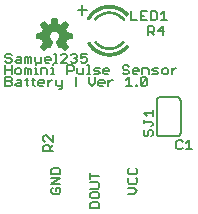
<source format=gto>
G75*
%MOIN*%
%OFA0B0*%
%FSLAX25Y25*%
%IPPOS*%
%LPD*%
%AMOC8*
5,1,8,0,0,1.08239X$1,22.5*
%
%ADD10C,0.00500*%
%ADD11C,0.00591*%
%ADD12C,0.00600*%
%ADD13C,0.00060*%
%ADD14C,0.00100*%
D10*
X0025866Y0019093D02*
X0026374Y0018585D01*
X0028405Y0018585D01*
X0028912Y0019093D01*
X0028912Y0020108D01*
X0028405Y0020616D01*
X0027389Y0020616D01*
X0027389Y0019601D01*
X0026374Y0020616D02*
X0025866Y0020108D01*
X0025866Y0019093D01*
X0025866Y0021848D02*
X0028912Y0023879D01*
X0025866Y0023879D01*
X0025866Y0025111D02*
X0025866Y0026634D01*
X0026374Y0027141D01*
X0028405Y0027141D01*
X0028912Y0026634D01*
X0028912Y0025111D01*
X0025866Y0025111D01*
X0025866Y0021848D02*
X0028912Y0021848D01*
X0038852Y0022320D02*
X0041390Y0022320D01*
X0041898Y0021813D01*
X0041898Y0020797D01*
X0041390Y0020290D01*
X0038852Y0020290D01*
X0039360Y0019058D02*
X0038852Y0018550D01*
X0038852Y0017535D01*
X0039360Y0017027D01*
X0041390Y0017027D01*
X0041898Y0017535D01*
X0041898Y0018550D01*
X0041390Y0019058D01*
X0039360Y0019058D01*
X0039360Y0015795D02*
X0038852Y0015287D01*
X0038852Y0013764D01*
X0041898Y0013764D01*
X0041898Y0015287D01*
X0041390Y0015795D01*
X0039360Y0015795D01*
X0038852Y0023552D02*
X0038852Y0025583D01*
X0038852Y0024568D02*
X0041898Y0024568D01*
X0051457Y0025618D02*
X0051965Y0025111D01*
X0053995Y0025111D01*
X0054503Y0025618D01*
X0054503Y0026634D01*
X0053995Y0027141D01*
X0051965Y0027141D02*
X0051457Y0026634D01*
X0051457Y0025618D01*
X0051965Y0023879D02*
X0051457Y0023371D01*
X0051457Y0022356D01*
X0051965Y0021848D01*
X0053995Y0021848D01*
X0054503Y0022356D01*
X0054503Y0023371D01*
X0053995Y0023879D01*
X0053487Y0020616D02*
X0051457Y0020616D01*
X0053487Y0020616D02*
X0054503Y0019601D01*
X0053487Y0018585D01*
X0051457Y0018585D01*
X0067647Y0033874D02*
X0068155Y0033366D01*
X0069170Y0033366D01*
X0069678Y0033874D01*
X0070910Y0033366D02*
X0072941Y0033366D01*
X0071925Y0033366D02*
X0071925Y0036412D01*
X0070910Y0035397D01*
X0069678Y0035904D02*
X0069170Y0036412D01*
X0068155Y0036412D01*
X0067647Y0035904D01*
X0067647Y0033874D01*
X0059826Y0038298D02*
X0059319Y0037790D01*
X0059826Y0038298D02*
X0059826Y0039313D01*
X0059319Y0039821D01*
X0058811Y0039821D01*
X0058303Y0039313D01*
X0058303Y0038298D01*
X0057796Y0037790D01*
X0057288Y0037790D01*
X0056780Y0038298D01*
X0056780Y0039313D01*
X0057288Y0039821D01*
X0059319Y0041053D02*
X0059826Y0041560D01*
X0059826Y0042068D01*
X0059319Y0042576D01*
X0056780Y0042576D01*
X0056780Y0043083D02*
X0056780Y0042068D01*
X0057796Y0044315D02*
X0056780Y0045331D01*
X0059826Y0045331D01*
X0059826Y0046346D02*
X0059826Y0044315D01*
X0057304Y0054463D02*
X0056289Y0054463D01*
X0055781Y0054971D01*
X0057811Y0057001D01*
X0057811Y0054971D01*
X0057304Y0054463D01*
X0055781Y0054971D02*
X0055781Y0057001D01*
X0056289Y0057509D01*
X0057304Y0057509D01*
X0057811Y0057001D01*
X0058355Y0058361D02*
X0058355Y0059884D01*
X0057848Y0060391D01*
X0056325Y0060391D01*
X0056325Y0058361D01*
X0055093Y0059376D02*
X0053062Y0059376D01*
X0053062Y0058868D02*
X0053062Y0059884D01*
X0053570Y0060391D01*
X0054585Y0060391D01*
X0055093Y0059884D01*
X0055093Y0059376D01*
X0054585Y0058361D02*
X0053570Y0058361D01*
X0053062Y0058868D01*
X0051830Y0058868D02*
X0051830Y0059376D01*
X0051322Y0059884D01*
X0050307Y0059884D01*
X0049799Y0060391D01*
X0049799Y0060899D01*
X0050307Y0061407D01*
X0051322Y0061407D01*
X0051830Y0060899D01*
X0051830Y0058868D02*
X0051322Y0058361D01*
X0050307Y0058361D01*
X0049799Y0058868D01*
X0051902Y0057509D02*
X0050887Y0056494D01*
X0051902Y0057509D02*
X0051902Y0054463D01*
X0050887Y0054463D02*
X0052918Y0054463D01*
X0054150Y0054463D02*
X0054657Y0054463D01*
X0054657Y0054971D01*
X0054150Y0054971D01*
X0054150Y0054463D01*
X0059587Y0058361D02*
X0061110Y0058361D01*
X0061618Y0058868D01*
X0061110Y0059376D01*
X0060095Y0059376D01*
X0059587Y0059884D01*
X0060095Y0060391D01*
X0061618Y0060391D01*
X0062850Y0059884D02*
X0062850Y0058868D01*
X0063358Y0058361D01*
X0064373Y0058361D01*
X0064881Y0058868D01*
X0064881Y0059884D01*
X0064373Y0060391D01*
X0063358Y0060391D01*
X0062850Y0059884D01*
X0066113Y0060391D02*
X0066113Y0058361D01*
X0066113Y0059376D02*
X0067128Y0060391D01*
X0067635Y0060391D01*
X0063046Y0071363D02*
X0063046Y0074409D01*
X0061523Y0072886D01*
X0063554Y0072886D01*
X0060291Y0072886D02*
X0059784Y0072379D01*
X0058261Y0072379D01*
X0059276Y0072379D02*
X0060291Y0071363D01*
X0060291Y0072886D02*
X0060291Y0073902D01*
X0059784Y0074409D01*
X0058261Y0074409D01*
X0058261Y0071363D01*
X0057893Y0076359D02*
X0055863Y0076359D01*
X0055863Y0079405D01*
X0057893Y0079405D01*
X0059125Y0079405D02*
X0060648Y0079405D01*
X0061156Y0078897D01*
X0061156Y0076866D01*
X0060648Y0076359D01*
X0059125Y0076359D01*
X0059125Y0079405D01*
X0056878Y0077882D02*
X0055863Y0077882D01*
X0054631Y0076359D02*
X0052600Y0076359D01*
X0052600Y0079405D01*
X0062388Y0078389D02*
X0063403Y0079405D01*
X0063403Y0076359D01*
X0062388Y0076359D02*
X0064419Y0076359D01*
X0045305Y0059884D02*
X0045305Y0059376D01*
X0043274Y0059376D01*
X0043274Y0058868D02*
X0043274Y0059884D01*
X0043782Y0060391D01*
X0044797Y0060391D01*
X0045305Y0059884D01*
X0044797Y0058361D02*
X0043782Y0058361D01*
X0043274Y0058868D01*
X0042042Y0058868D02*
X0041535Y0059376D01*
X0040519Y0059376D01*
X0040012Y0059884D01*
X0040519Y0060391D01*
X0042042Y0060391D01*
X0042042Y0058868D02*
X0041535Y0058361D01*
X0040012Y0058361D01*
X0040411Y0057509D02*
X0040411Y0055478D01*
X0039396Y0054463D01*
X0038380Y0055478D01*
X0038380Y0057509D01*
X0038344Y0058361D02*
X0038344Y0061407D01*
X0037836Y0061407D01*
X0037184Y0062258D02*
X0036169Y0062258D01*
X0035661Y0062766D01*
X0035661Y0063781D02*
X0036677Y0064289D01*
X0037184Y0064289D01*
X0037692Y0063781D01*
X0037692Y0062766D01*
X0037184Y0062258D01*
X0036604Y0060391D02*
X0036604Y0058361D01*
X0035081Y0058361D01*
X0034574Y0058868D01*
X0034574Y0060391D01*
X0033342Y0059884D02*
X0032834Y0059376D01*
X0031311Y0059376D01*
X0031311Y0058361D02*
X0031311Y0061407D01*
X0032834Y0061407D01*
X0033342Y0060899D01*
X0033342Y0059884D01*
X0032906Y0062258D02*
X0032399Y0062766D01*
X0032906Y0062258D02*
X0033922Y0062258D01*
X0034429Y0062766D01*
X0034429Y0063274D01*
X0033922Y0063781D01*
X0033414Y0063781D01*
X0033922Y0063781D02*
X0034429Y0064289D01*
X0034429Y0064797D01*
X0033922Y0065304D01*
X0032906Y0065304D01*
X0032399Y0064797D01*
X0031167Y0064797D02*
X0031167Y0064289D01*
X0029136Y0062258D01*
X0031167Y0062258D01*
X0031167Y0064797D02*
X0030659Y0065304D01*
X0029644Y0065304D01*
X0029136Y0064797D01*
X0027469Y0065304D02*
X0027469Y0062258D01*
X0027976Y0062258D02*
X0026961Y0062258D01*
X0026381Y0061914D02*
X0026381Y0061407D01*
X0026381Y0060391D02*
X0025874Y0060391D01*
X0026381Y0060391D02*
X0026381Y0058361D01*
X0025874Y0058361D02*
X0026889Y0058361D01*
X0026309Y0056494D02*
X0025801Y0056494D01*
X0024786Y0055478D01*
X0024786Y0054463D02*
X0024786Y0056494D01*
X0023554Y0055986D02*
X0023554Y0055478D01*
X0021523Y0055478D01*
X0021523Y0054971D02*
X0021523Y0055986D01*
X0022031Y0056494D01*
X0023046Y0056494D01*
X0023554Y0055986D01*
X0023046Y0054463D02*
X0022031Y0054463D01*
X0021523Y0054971D01*
X0020364Y0054463D02*
X0019856Y0054971D01*
X0019856Y0057001D01*
X0019348Y0056494D02*
X0020364Y0056494D01*
X0020436Y0058361D02*
X0021451Y0058361D01*
X0020943Y0058361D02*
X0020943Y0060391D01*
X0020436Y0060391D01*
X0020943Y0061407D02*
X0020943Y0061914D01*
X0020943Y0062258D02*
X0022466Y0062258D01*
X0022466Y0064289D01*
X0023698Y0063781D02*
X0023698Y0062766D01*
X0024206Y0062258D01*
X0025221Y0062258D01*
X0025729Y0063274D02*
X0023698Y0063274D01*
X0023698Y0063781D02*
X0024206Y0064289D01*
X0025221Y0064289D01*
X0025729Y0063781D01*
X0025729Y0063274D01*
X0026961Y0065304D02*
X0027469Y0065304D01*
X0024134Y0060391D02*
X0022611Y0060391D01*
X0022611Y0058361D01*
X0024641Y0058361D02*
X0024641Y0059884D01*
X0024134Y0060391D01*
X0020943Y0062258D02*
X0020436Y0062766D01*
X0020436Y0064289D01*
X0019204Y0063781D02*
X0019204Y0062258D01*
X0018188Y0062258D02*
X0018188Y0063781D01*
X0018696Y0064289D01*
X0019204Y0063781D01*
X0018188Y0063781D02*
X0017681Y0064289D01*
X0017173Y0064289D01*
X0017173Y0062258D01*
X0015941Y0062258D02*
X0015941Y0063781D01*
X0015434Y0064289D01*
X0014418Y0064289D01*
X0014418Y0063274D02*
X0015941Y0063274D01*
X0015941Y0062258D02*
X0014418Y0062258D01*
X0013911Y0062766D01*
X0014418Y0063274D01*
X0012679Y0063274D02*
X0012679Y0062766D01*
X0012171Y0062258D01*
X0011156Y0062258D01*
X0010648Y0062766D01*
X0011156Y0063781D02*
X0010648Y0064289D01*
X0010648Y0064797D01*
X0011156Y0065304D01*
X0012171Y0065304D01*
X0012679Y0064797D01*
X0012171Y0063781D02*
X0012679Y0063274D01*
X0012171Y0063781D02*
X0011156Y0063781D01*
X0010648Y0061407D02*
X0010648Y0058361D01*
X0010648Y0057509D02*
X0012171Y0057509D01*
X0012679Y0057001D01*
X0012679Y0056494D01*
X0012171Y0055986D01*
X0010648Y0055986D01*
X0010648Y0054463D02*
X0010648Y0057509D01*
X0012171Y0055986D02*
X0012679Y0055478D01*
X0012679Y0054971D01*
X0012171Y0054463D01*
X0010648Y0054463D01*
X0013911Y0054971D02*
X0014418Y0055478D01*
X0015941Y0055478D01*
X0015941Y0055986D02*
X0015941Y0054463D01*
X0014418Y0054463D01*
X0013911Y0054971D01*
X0014418Y0056494D02*
X0015434Y0056494D01*
X0015941Y0055986D01*
X0017173Y0056494D02*
X0018188Y0056494D01*
X0017681Y0057001D02*
X0017681Y0054971D01*
X0018188Y0054463D01*
X0018188Y0058361D02*
X0018188Y0059884D01*
X0018696Y0060391D01*
X0019204Y0059884D01*
X0019204Y0058361D01*
X0018188Y0059884D02*
X0017681Y0060391D01*
X0017173Y0060391D01*
X0017173Y0058361D01*
X0015941Y0058868D02*
X0015941Y0059884D01*
X0015434Y0060391D01*
X0014418Y0060391D01*
X0013911Y0059884D01*
X0013911Y0058868D01*
X0014418Y0058361D01*
X0015434Y0058361D01*
X0015941Y0058868D01*
X0012679Y0058361D02*
X0012679Y0061407D01*
X0012679Y0059884D02*
X0010648Y0059884D01*
X0027505Y0056494D02*
X0027505Y0054971D01*
X0028012Y0054463D01*
X0029535Y0054463D01*
X0029535Y0053955D02*
X0029028Y0053448D01*
X0028520Y0053448D01*
X0029535Y0053955D02*
X0029535Y0056494D01*
X0034030Y0057509D02*
X0034030Y0054463D01*
X0037836Y0058361D02*
X0038852Y0058361D01*
X0041643Y0055986D02*
X0042151Y0056494D01*
X0043166Y0056494D01*
X0043673Y0055986D01*
X0043673Y0055478D01*
X0041643Y0055478D01*
X0041643Y0054971D02*
X0041643Y0055986D01*
X0041643Y0054971D02*
X0042151Y0054463D01*
X0043166Y0054463D01*
X0044905Y0054463D02*
X0044905Y0056494D01*
X0044905Y0055478D02*
X0045921Y0056494D01*
X0046428Y0056494D01*
X0037692Y0065304D02*
X0035661Y0065304D01*
X0035661Y0063781D01*
X0036307Y0078260D02*
X0036307Y0081360D01*
X0034907Y0079860D02*
X0037807Y0079860D01*
X0026355Y0037978D02*
X0026355Y0035947D01*
X0024325Y0037978D01*
X0023817Y0037978D01*
X0023309Y0037470D01*
X0023309Y0036455D01*
X0023817Y0035947D01*
X0023817Y0034715D02*
X0024832Y0034715D01*
X0025340Y0034207D01*
X0025340Y0032684D01*
X0026355Y0032684D02*
X0023309Y0032684D01*
X0023309Y0034207D01*
X0023817Y0034715D01*
X0025340Y0033700D02*
X0026355Y0034715D01*
D11*
X0023361Y0066438D02*
X0024845Y0067648D01*
X0025443Y0067340D01*
X0026291Y0069386D01*
X0025912Y0069598D01*
X0025593Y0069893D01*
X0025352Y0070253D01*
X0025202Y0070660D01*
X0025151Y0071091D01*
X0025204Y0071530D01*
X0025360Y0071943D01*
X0025609Y0072308D01*
X0025938Y0072603D01*
X0026328Y0072811D01*
X0026756Y0072921D01*
X0027198Y0072925D01*
X0027628Y0072825D01*
X0028022Y0072625D01*
X0028357Y0072338D01*
X0028614Y0071979D01*
X0028779Y0071569D01*
X0028841Y0071131D01*
X0028798Y0070692D01*
X0028652Y0070275D01*
X0028410Y0069905D01*
X0028088Y0069603D01*
X0027703Y0069386D01*
X0028551Y0067340D01*
X0029148Y0067648D01*
X0030633Y0066438D01*
X0031650Y0067456D01*
X0030440Y0068940D01*
X0030748Y0069538D01*
X0030953Y0070178D01*
X0032858Y0070372D01*
X0032858Y0071811D01*
X0030953Y0072005D01*
X0030748Y0072645D01*
X0030440Y0073243D01*
X0031650Y0074727D01*
X0030633Y0075745D01*
X0029148Y0074535D01*
X0028551Y0074843D01*
X0027910Y0075048D01*
X0027717Y0076953D01*
X0026277Y0076953D01*
X0026083Y0075048D01*
X0025443Y0074843D01*
X0024845Y0074535D01*
X0023361Y0075745D01*
X0022343Y0074727D01*
X0023554Y0073243D01*
X0023246Y0072645D01*
X0023041Y0072005D01*
X0021135Y0071811D01*
X0021135Y0070372D01*
X0023041Y0070178D01*
X0023246Y0069538D01*
X0023554Y0068940D01*
X0022343Y0067456D01*
X0023361Y0066438D01*
X0022808Y0066991D02*
X0024039Y0066991D01*
X0024761Y0067580D02*
X0022445Y0067580D01*
X0022925Y0068169D02*
X0025786Y0068169D01*
X0026030Y0068758D02*
X0023405Y0068758D01*
X0023344Y0069347D02*
X0026274Y0069347D01*
X0025564Y0069936D02*
X0023118Y0069936D01*
X0021135Y0070525D02*
X0025252Y0070525D01*
X0025154Y0071114D02*
X0021135Y0071114D01*
X0021135Y0071703D02*
X0025269Y0071703D01*
X0025599Y0072292D02*
X0023133Y0072292D01*
X0023367Y0072881D02*
X0026602Y0072881D01*
X0027387Y0072881D02*
X0030626Y0072881D01*
X0030626Y0073470D02*
X0023368Y0073470D01*
X0022888Y0074059D02*
X0031106Y0074059D01*
X0031586Y0074648D02*
X0029288Y0074648D01*
X0028928Y0074648D02*
X0025066Y0074648D01*
X0024706Y0074648D02*
X0022408Y0074648D01*
X0022854Y0075237D02*
X0023983Y0075237D01*
X0026103Y0075237D02*
X0027891Y0075237D01*
X0027831Y0075827D02*
X0026163Y0075827D01*
X0026223Y0076416D02*
X0027771Y0076416D01*
X0030010Y0075237D02*
X0031140Y0075237D01*
X0030861Y0072292D02*
X0028390Y0072292D01*
X0028725Y0071703D02*
X0032858Y0071703D01*
X0032858Y0071114D02*
X0028840Y0071114D01*
X0028740Y0070525D02*
X0032858Y0070525D01*
X0030876Y0069936D02*
X0028431Y0069936D01*
X0027719Y0069347D02*
X0030650Y0069347D01*
X0030589Y0068758D02*
X0027963Y0068758D01*
X0028208Y0068169D02*
X0031069Y0068169D01*
X0031549Y0067580D02*
X0029232Y0067580D01*
X0029016Y0067580D02*
X0028452Y0067580D01*
X0029955Y0066991D02*
X0031185Y0066991D01*
X0025542Y0067580D02*
X0024978Y0067580D01*
D12*
X0060995Y0049705D02*
X0060995Y0038705D01*
X0060997Y0038645D01*
X0061002Y0038584D01*
X0061011Y0038525D01*
X0061024Y0038466D01*
X0061040Y0038407D01*
X0061060Y0038350D01*
X0061083Y0038295D01*
X0061110Y0038240D01*
X0061139Y0038188D01*
X0061172Y0038137D01*
X0061208Y0038088D01*
X0061246Y0038042D01*
X0061288Y0037998D01*
X0061332Y0037956D01*
X0061378Y0037918D01*
X0061427Y0037882D01*
X0061478Y0037849D01*
X0061530Y0037820D01*
X0061585Y0037793D01*
X0061640Y0037770D01*
X0061697Y0037750D01*
X0061756Y0037734D01*
X0061815Y0037721D01*
X0061874Y0037712D01*
X0061935Y0037707D01*
X0061995Y0037705D01*
X0067995Y0037705D01*
X0068055Y0037707D01*
X0068116Y0037712D01*
X0068175Y0037721D01*
X0068234Y0037734D01*
X0068293Y0037750D01*
X0068350Y0037770D01*
X0068405Y0037793D01*
X0068460Y0037820D01*
X0068512Y0037849D01*
X0068563Y0037882D01*
X0068612Y0037918D01*
X0068658Y0037956D01*
X0068702Y0037998D01*
X0068744Y0038042D01*
X0068782Y0038088D01*
X0068818Y0038137D01*
X0068851Y0038188D01*
X0068880Y0038240D01*
X0068907Y0038295D01*
X0068930Y0038350D01*
X0068950Y0038407D01*
X0068966Y0038466D01*
X0068979Y0038525D01*
X0068988Y0038584D01*
X0068993Y0038645D01*
X0068995Y0038705D01*
X0068995Y0049705D01*
X0068993Y0049765D01*
X0068988Y0049826D01*
X0068979Y0049885D01*
X0068966Y0049944D01*
X0068950Y0050003D01*
X0068930Y0050060D01*
X0068907Y0050115D01*
X0068880Y0050170D01*
X0068851Y0050222D01*
X0068818Y0050273D01*
X0068782Y0050322D01*
X0068744Y0050368D01*
X0068702Y0050412D01*
X0068658Y0050454D01*
X0068612Y0050492D01*
X0068563Y0050528D01*
X0068512Y0050561D01*
X0068460Y0050590D01*
X0068405Y0050617D01*
X0068350Y0050640D01*
X0068293Y0050660D01*
X0068234Y0050676D01*
X0068175Y0050689D01*
X0068116Y0050698D01*
X0068055Y0050703D01*
X0067995Y0050705D01*
X0061995Y0050705D01*
X0061935Y0050703D01*
X0061874Y0050698D01*
X0061815Y0050689D01*
X0061756Y0050676D01*
X0061697Y0050660D01*
X0061640Y0050640D01*
X0061585Y0050617D01*
X0061530Y0050590D01*
X0061478Y0050561D01*
X0061427Y0050528D01*
X0061378Y0050492D01*
X0061332Y0050454D01*
X0061288Y0050412D01*
X0061246Y0050368D01*
X0061208Y0050322D01*
X0061172Y0050273D01*
X0061139Y0050222D01*
X0061110Y0050170D01*
X0061083Y0050115D01*
X0061060Y0050060D01*
X0061040Y0050003D01*
X0061024Y0049944D01*
X0061011Y0049885D01*
X0061002Y0049826D01*
X0060997Y0049765D01*
X0060995Y0049705D01*
D13*
X0040177Y0069188D02*
X0040603Y0069519D01*
X0040602Y0069519D02*
X0040695Y0069404D01*
X0040790Y0069292D01*
X0040888Y0069182D01*
X0040989Y0069075D01*
X0041093Y0068971D01*
X0041200Y0068869D01*
X0041309Y0068770D01*
X0041420Y0068674D01*
X0041534Y0068580D01*
X0041650Y0068490D01*
X0041769Y0068403D01*
X0041890Y0068319D01*
X0042012Y0068238D01*
X0042137Y0068160D01*
X0042264Y0068085D01*
X0042393Y0068014D01*
X0042523Y0067945D01*
X0042656Y0067881D01*
X0042790Y0067820D01*
X0042925Y0067762D01*
X0043062Y0067707D01*
X0043200Y0067657D01*
X0043340Y0067609D01*
X0043480Y0067566D01*
X0043622Y0067526D01*
X0043764Y0067489D01*
X0043908Y0067457D01*
X0044052Y0067428D01*
X0044197Y0067403D01*
X0044343Y0067381D01*
X0044489Y0067363D01*
X0044636Y0067349D01*
X0044783Y0067339D01*
X0044930Y0067333D01*
X0045077Y0067330D01*
X0045077Y0066791D01*
X0045077Y0066790D01*
X0044920Y0066793D01*
X0044764Y0066799D01*
X0044607Y0066810D01*
X0044451Y0066824D01*
X0044295Y0066843D01*
X0044140Y0066865D01*
X0043986Y0066891D01*
X0043832Y0066921D01*
X0043679Y0066955D01*
X0043526Y0066993D01*
X0043375Y0067034D01*
X0043225Y0067079D01*
X0043076Y0067128D01*
X0042928Y0067181D01*
X0042782Y0067237D01*
X0042637Y0067297D01*
X0042494Y0067361D01*
X0042352Y0067428D01*
X0042212Y0067498D01*
X0042074Y0067572D01*
X0041938Y0067650D01*
X0041803Y0067731D01*
X0041671Y0067815D01*
X0041541Y0067903D01*
X0041413Y0067993D01*
X0041288Y0068087D01*
X0041165Y0068184D01*
X0041044Y0068285D01*
X0040926Y0068388D01*
X0040810Y0068494D01*
X0040698Y0068602D01*
X0040587Y0068714D01*
X0040480Y0068828D01*
X0040376Y0068945D01*
X0040274Y0069065D01*
X0040176Y0069187D01*
X0040220Y0069222D01*
X0040318Y0069101D01*
X0040418Y0068982D01*
X0040522Y0068866D01*
X0040628Y0068753D01*
X0040737Y0068642D01*
X0040849Y0068534D01*
X0040963Y0068429D01*
X0041080Y0068327D01*
X0041200Y0068228D01*
X0041322Y0068132D01*
X0041446Y0068039D01*
X0041573Y0067949D01*
X0041702Y0067862D01*
X0041833Y0067778D01*
X0041966Y0067698D01*
X0042101Y0067621D01*
X0042238Y0067548D01*
X0042377Y0067478D01*
X0042517Y0067411D01*
X0042659Y0067348D01*
X0042803Y0067289D01*
X0042948Y0067233D01*
X0043094Y0067181D01*
X0043242Y0067133D01*
X0043390Y0067088D01*
X0043540Y0067047D01*
X0043691Y0067009D01*
X0043843Y0066976D01*
X0043995Y0066946D01*
X0044149Y0066920D01*
X0044302Y0066898D01*
X0044457Y0066880D01*
X0044611Y0066866D01*
X0044766Y0066855D01*
X0044922Y0066849D01*
X0045077Y0066846D01*
X0045077Y0066902D01*
X0044923Y0066905D01*
X0044769Y0066911D01*
X0044616Y0066922D01*
X0044462Y0066936D01*
X0044309Y0066954D01*
X0044157Y0066976D01*
X0044005Y0067001D01*
X0043854Y0067031D01*
X0043704Y0067064D01*
X0043554Y0067101D01*
X0043406Y0067142D01*
X0043258Y0067186D01*
X0043112Y0067234D01*
X0042967Y0067286D01*
X0042823Y0067341D01*
X0042681Y0067400D01*
X0042540Y0067462D01*
X0042401Y0067528D01*
X0042264Y0067598D01*
X0042128Y0067670D01*
X0041994Y0067747D01*
X0041863Y0067826D01*
X0041733Y0067909D01*
X0041605Y0067995D01*
X0041480Y0068084D01*
X0041356Y0068176D01*
X0041235Y0068271D01*
X0041117Y0068370D01*
X0041001Y0068471D01*
X0040887Y0068575D01*
X0040777Y0068682D01*
X0040668Y0068791D01*
X0040563Y0068904D01*
X0040461Y0069019D01*
X0040361Y0069136D01*
X0040265Y0069256D01*
X0040309Y0069290D01*
X0040404Y0069172D01*
X0040503Y0069055D01*
X0040605Y0068941D01*
X0040709Y0068830D01*
X0040816Y0068721D01*
X0040926Y0068616D01*
X0041038Y0068512D01*
X0041153Y0068412D01*
X0041271Y0068315D01*
X0041390Y0068220D01*
X0041513Y0068129D01*
X0041637Y0068041D01*
X0041764Y0067956D01*
X0041892Y0067874D01*
X0042023Y0067795D01*
X0042155Y0067719D01*
X0042290Y0067647D01*
X0042426Y0067579D01*
X0042564Y0067513D01*
X0042703Y0067451D01*
X0042844Y0067393D01*
X0042987Y0067338D01*
X0043130Y0067287D01*
X0043275Y0067239D01*
X0043421Y0067195D01*
X0043568Y0067155D01*
X0043716Y0067119D01*
X0043865Y0067086D01*
X0044015Y0067056D01*
X0044165Y0067031D01*
X0044316Y0067009D01*
X0044468Y0066992D01*
X0044620Y0066977D01*
X0044772Y0066967D01*
X0044924Y0066961D01*
X0045077Y0066958D01*
X0045077Y0067014D01*
X0044926Y0067017D01*
X0044775Y0067023D01*
X0044624Y0067033D01*
X0044474Y0067047D01*
X0044324Y0067065D01*
X0044174Y0067086D01*
X0044025Y0067112D01*
X0043877Y0067141D01*
X0043729Y0067173D01*
X0043582Y0067209D01*
X0043437Y0067249D01*
X0043292Y0067293D01*
X0043148Y0067340D01*
X0043006Y0067391D01*
X0042865Y0067445D01*
X0042725Y0067503D01*
X0042587Y0067564D01*
X0042451Y0067629D01*
X0042316Y0067697D01*
X0042182Y0067768D01*
X0042051Y0067843D01*
X0041922Y0067921D01*
X0041794Y0068002D01*
X0041669Y0068087D01*
X0041546Y0068174D01*
X0041425Y0068265D01*
X0041306Y0068358D01*
X0041190Y0068455D01*
X0041076Y0068554D01*
X0040964Y0068656D01*
X0040856Y0068761D01*
X0040750Y0068869D01*
X0040646Y0068979D01*
X0040546Y0069092D01*
X0040448Y0069207D01*
X0040353Y0069325D01*
X0040397Y0069359D01*
X0040494Y0069239D01*
X0040594Y0069122D01*
X0040696Y0069007D01*
X0040802Y0068895D01*
X0040910Y0068786D01*
X0041022Y0068679D01*
X0041136Y0068576D01*
X0041252Y0068475D01*
X0041371Y0068378D01*
X0041493Y0068283D01*
X0041617Y0068192D01*
X0041743Y0068104D01*
X0041872Y0068019D01*
X0042002Y0067937D01*
X0042135Y0067859D01*
X0042270Y0067785D01*
X0042406Y0067713D01*
X0042545Y0067646D01*
X0042685Y0067582D01*
X0042826Y0067521D01*
X0042969Y0067464D01*
X0043114Y0067411D01*
X0043260Y0067362D01*
X0043407Y0067316D01*
X0043555Y0067275D01*
X0043704Y0067237D01*
X0043854Y0067202D01*
X0044005Y0067172D01*
X0044157Y0067146D01*
X0044309Y0067123D01*
X0044462Y0067105D01*
X0044616Y0067090D01*
X0044769Y0067080D01*
X0044923Y0067073D01*
X0045077Y0067070D01*
X0045077Y0067126D01*
X0044924Y0067129D01*
X0044772Y0067135D01*
X0044620Y0067146D01*
X0044468Y0067160D01*
X0044317Y0067179D01*
X0044166Y0067201D01*
X0044015Y0067227D01*
X0043866Y0067257D01*
X0043717Y0067291D01*
X0043569Y0067329D01*
X0043423Y0067370D01*
X0043277Y0067415D01*
X0043132Y0067464D01*
X0042989Y0067517D01*
X0042847Y0067573D01*
X0042707Y0067633D01*
X0042568Y0067696D01*
X0042431Y0067763D01*
X0042296Y0067834D01*
X0042163Y0067908D01*
X0042031Y0067985D01*
X0041902Y0068066D01*
X0041775Y0068150D01*
X0041650Y0068237D01*
X0041527Y0068328D01*
X0041406Y0068421D01*
X0041288Y0068518D01*
X0041173Y0068618D01*
X0041060Y0068720D01*
X0040950Y0068826D01*
X0040842Y0068934D01*
X0040738Y0069045D01*
X0040636Y0069159D01*
X0040537Y0069275D01*
X0040441Y0069393D01*
X0040486Y0069428D01*
X0040580Y0069310D01*
X0040678Y0069195D01*
X0040779Y0069083D01*
X0040883Y0068973D01*
X0040989Y0068865D01*
X0041098Y0068761D01*
X0041210Y0068659D01*
X0041324Y0068561D01*
X0041441Y0068465D01*
X0041561Y0068372D01*
X0041682Y0068283D01*
X0041806Y0068196D01*
X0041932Y0068113D01*
X0042060Y0068033D01*
X0042191Y0067956D01*
X0042323Y0067883D01*
X0042457Y0067813D01*
X0042592Y0067747D01*
X0042730Y0067684D01*
X0042869Y0067625D01*
X0043009Y0067569D01*
X0043151Y0067517D01*
X0043294Y0067469D01*
X0043438Y0067424D01*
X0043584Y0067383D01*
X0043730Y0067346D01*
X0043877Y0067312D01*
X0044026Y0067282D01*
X0044174Y0067256D01*
X0044324Y0067234D01*
X0044474Y0067216D01*
X0044624Y0067202D01*
X0044775Y0067191D01*
X0044926Y0067185D01*
X0045077Y0067182D01*
X0045077Y0067238D01*
X0044927Y0067241D01*
X0044778Y0067247D01*
X0044629Y0067258D01*
X0044480Y0067272D01*
X0044331Y0067290D01*
X0044183Y0067312D01*
X0044036Y0067337D01*
X0043889Y0067367D01*
X0043743Y0067400D01*
X0043598Y0067437D01*
X0043454Y0067478D01*
X0043311Y0067522D01*
X0043170Y0067570D01*
X0043029Y0067621D01*
X0042890Y0067677D01*
X0042752Y0067735D01*
X0042616Y0067798D01*
X0042482Y0067863D01*
X0042349Y0067933D01*
X0042218Y0068005D01*
X0042090Y0068081D01*
X0041963Y0068160D01*
X0041838Y0068243D01*
X0041715Y0068328D01*
X0041595Y0068417D01*
X0041476Y0068509D01*
X0041361Y0068604D01*
X0041247Y0068701D01*
X0041137Y0068802D01*
X0041029Y0068905D01*
X0040923Y0069011D01*
X0040820Y0069120D01*
X0040721Y0069232D01*
X0040624Y0069346D01*
X0040530Y0069462D01*
X0040574Y0069497D01*
X0040667Y0069381D01*
X0040763Y0069268D01*
X0040862Y0069158D01*
X0040963Y0069050D01*
X0041068Y0068945D01*
X0041175Y0068843D01*
X0041285Y0068743D01*
X0041397Y0068646D01*
X0041511Y0068552D01*
X0041628Y0068461D01*
X0041748Y0068374D01*
X0041869Y0068289D01*
X0041993Y0068207D01*
X0042119Y0068129D01*
X0042246Y0068054D01*
X0042376Y0067982D01*
X0042507Y0067913D01*
X0042640Y0067848D01*
X0042775Y0067787D01*
X0042911Y0067728D01*
X0043049Y0067674D01*
X0043188Y0067623D01*
X0043328Y0067575D01*
X0043470Y0067531D01*
X0043613Y0067491D01*
X0043756Y0067454D01*
X0043901Y0067422D01*
X0044046Y0067392D01*
X0044192Y0067367D01*
X0044338Y0067345D01*
X0044486Y0067328D01*
X0044633Y0067314D01*
X0044781Y0067303D01*
X0044929Y0067297D01*
X0045077Y0067294D01*
X0050191Y0076728D02*
X0049752Y0076414D01*
X0049752Y0076415D02*
X0049663Y0076535D01*
X0049571Y0076653D01*
X0049475Y0076768D01*
X0049377Y0076881D01*
X0049276Y0076991D01*
X0049172Y0077099D01*
X0049065Y0077203D01*
X0048955Y0077305D01*
X0048843Y0077404D01*
X0048729Y0077500D01*
X0048611Y0077593D01*
X0048492Y0077683D01*
X0048370Y0077770D01*
X0048246Y0077854D01*
X0048120Y0077934D01*
X0047991Y0078011D01*
X0047861Y0078085D01*
X0047729Y0078155D01*
X0047595Y0078222D01*
X0047459Y0078285D01*
X0047322Y0078344D01*
X0047184Y0078401D01*
X0047043Y0078453D01*
X0046902Y0078502D01*
X0046759Y0078547D01*
X0046615Y0078588D01*
X0046471Y0078625D01*
X0046325Y0078659D01*
X0046178Y0078689D01*
X0046031Y0078715D01*
X0045883Y0078737D01*
X0045734Y0078756D01*
X0045585Y0078770D01*
X0045436Y0078781D01*
X0045287Y0078787D01*
X0045137Y0078790D01*
X0045137Y0079329D01*
X0045137Y0079330D01*
X0045292Y0079327D01*
X0045447Y0079321D01*
X0045602Y0079310D01*
X0045757Y0079296D01*
X0045911Y0079278D01*
X0046065Y0079256D01*
X0046218Y0079231D01*
X0046370Y0079201D01*
X0046522Y0079168D01*
X0046673Y0079131D01*
X0046823Y0079091D01*
X0046972Y0079046D01*
X0047119Y0078998D01*
X0047266Y0078947D01*
X0047411Y0078891D01*
X0047554Y0078833D01*
X0047697Y0078770D01*
X0047837Y0078704D01*
X0047976Y0078635D01*
X0048113Y0078562D01*
X0048249Y0078486D01*
X0048382Y0078407D01*
X0048513Y0078324D01*
X0048643Y0078238D01*
X0048770Y0078149D01*
X0048895Y0078057D01*
X0049017Y0077961D01*
X0049137Y0077863D01*
X0049255Y0077762D01*
X0049370Y0077658D01*
X0049483Y0077551D01*
X0049593Y0077441D01*
X0049700Y0077329D01*
X0049804Y0077214D01*
X0049905Y0077096D01*
X0050004Y0076976D01*
X0050099Y0076853D01*
X0050192Y0076729D01*
X0050146Y0076696D01*
X0050054Y0076820D01*
X0049960Y0076941D01*
X0049862Y0077060D01*
X0049762Y0077177D01*
X0049658Y0077291D01*
X0049552Y0077402D01*
X0049444Y0077511D01*
X0049332Y0077617D01*
X0049218Y0077720D01*
X0049101Y0077820D01*
X0048982Y0077918D01*
X0048861Y0078012D01*
X0048737Y0078104D01*
X0048611Y0078192D01*
X0048483Y0078277D01*
X0048353Y0078359D01*
X0048221Y0078438D01*
X0048086Y0078513D01*
X0047950Y0078585D01*
X0047813Y0078654D01*
X0047674Y0078719D01*
X0047533Y0078781D01*
X0047390Y0078839D01*
X0047246Y0078894D01*
X0047101Y0078945D01*
X0046955Y0078993D01*
X0046808Y0079037D01*
X0046659Y0079077D01*
X0046510Y0079114D01*
X0046359Y0079146D01*
X0046208Y0079176D01*
X0046057Y0079201D01*
X0045904Y0079223D01*
X0045751Y0079240D01*
X0045598Y0079255D01*
X0045445Y0079265D01*
X0045291Y0079271D01*
X0045137Y0079274D01*
X0045137Y0079218D01*
X0045294Y0079215D01*
X0045450Y0079208D01*
X0045606Y0079198D01*
X0045762Y0079183D01*
X0045918Y0079164D01*
X0046073Y0079142D01*
X0046227Y0079115D01*
X0046381Y0079085D01*
X0046533Y0079051D01*
X0046685Y0079012D01*
X0046836Y0078970D01*
X0046986Y0078924D01*
X0047134Y0078875D01*
X0047281Y0078821D01*
X0047427Y0078764D01*
X0047571Y0078703D01*
X0047714Y0078639D01*
X0047855Y0078571D01*
X0047994Y0078499D01*
X0048132Y0078424D01*
X0048267Y0078345D01*
X0048400Y0078263D01*
X0048532Y0078178D01*
X0048661Y0078089D01*
X0048787Y0077997D01*
X0048912Y0077902D01*
X0049034Y0077804D01*
X0049153Y0077702D01*
X0049270Y0077598D01*
X0049384Y0077491D01*
X0049495Y0077381D01*
X0049603Y0077268D01*
X0049709Y0077152D01*
X0049811Y0077034D01*
X0049911Y0076913D01*
X0050007Y0076789D01*
X0050100Y0076664D01*
X0050055Y0076631D01*
X0049963Y0076756D01*
X0049867Y0076878D01*
X0049768Y0076998D01*
X0049667Y0077115D01*
X0049562Y0077230D01*
X0049455Y0077341D01*
X0049345Y0077451D01*
X0049232Y0077557D01*
X0049116Y0077660D01*
X0048998Y0077761D01*
X0048877Y0077858D01*
X0048754Y0077952D01*
X0048628Y0078044D01*
X0048500Y0078131D01*
X0048370Y0078216D01*
X0048238Y0078297D01*
X0048104Y0078375D01*
X0047968Y0078450D01*
X0047830Y0078521D01*
X0047690Y0078588D01*
X0047549Y0078652D01*
X0047406Y0078712D01*
X0047262Y0078769D01*
X0047116Y0078822D01*
X0046969Y0078871D01*
X0046820Y0078917D01*
X0046671Y0078958D01*
X0046520Y0078996D01*
X0046369Y0079030D01*
X0046217Y0079060D01*
X0046064Y0079086D01*
X0045910Y0079109D01*
X0045756Y0079127D01*
X0045602Y0079142D01*
X0045447Y0079153D01*
X0045292Y0079159D01*
X0045137Y0079162D01*
X0045137Y0079106D01*
X0045291Y0079103D01*
X0045444Y0079097D01*
X0045598Y0079086D01*
X0045751Y0079072D01*
X0045903Y0079053D01*
X0046055Y0079031D01*
X0046207Y0079005D01*
X0046358Y0078975D01*
X0046508Y0078942D01*
X0046657Y0078904D01*
X0046805Y0078863D01*
X0046952Y0078818D01*
X0047097Y0078769D01*
X0047242Y0078717D01*
X0047385Y0078660D01*
X0047527Y0078601D01*
X0047667Y0078537D01*
X0047805Y0078471D01*
X0047942Y0078400D01*
X0048077Y0078326D01*
X0048209Y0078249D01*
X0048340Y0078169D01*
X0048469Y0078085D01*
X0048596Y0077998D01*
X0048720Y0077908D01*
X0048842Y0077814D01*
X0048962Y0077718D01*
X0049079Y0077618D01*
X0049194Y0077516D01*
X0049306Y0077410D01*
X0049415Y0077302D01*
X0049521Y0077191D01*
X0049625Y0077078D01*
X0049726Y0076962D01*
X0049823Y0076843D01*
X0049918Y0076722D01*
X0050009Y0076599D01*
X0049964Y0076566D01*
X0049873Y0076688D01*
X0049779Y0076808D01*
X0049683Y0076926D01*
X0049583Y0077041D01*
X0049480Y0077153D01*
X0049375Y0077263D01*
X0049267Y0077370D01*
X0049156Y0077475D01*
X0049042Y0077576D01*
X0048926Y0077675D01*
X0048808Y0077770D01*
X0048687Y0077863D01*
X0048563Y0077952D01*
X0048438Y0078038D01*
X0048310Y0078121D01*
X0048181Y0078201D01*
X0048049Y0078278D01*
X0047915Y0078351D01*
X0047780Y0078420D01*
X0047643Y0078487D01*
X0047504Y0078549D01*
X0047364Y0078609D01*
X0047222Y0078664D01*
X0047079Y0078716D01*
X0046935Y0078764D01*
X0046789Y0078809D01*
X0046642Y0078850D01*
X0046495Y0078887D01*
X0046346Y0078920D01*
X0046197Y0078950D01*
X0046047Y0078976D01*
X0045896Y0078998D01*
X0045745Y0079016D01*
X0045593Y0079030D01*
X0045441Y0079041D01*
X0045289Y0079047D01*
X0045137Y0079050D01*
X0045137Y0078994D01*
X0045288Y0078991D01*
X0045439Y0078985D01*
X0045589Y0078974D01*
X0045739Y0078960D01*
X0045889Y0078942D01*
X0046038Y0078920D01*
X0046187Y0078895D01*
X0046335Y0078866D01*
X0046482Y0078833D01*
X0046628Y0078796D01*
X0046773Y0078755D01*
X0046918Y0078711D01*
X0047061Y0078663D01*
X0047202Y0078612D01*
X0047343Y0078557D01*
X0047482Y0078498D01*
X0047619Y0078436D01*
X0047755Y0078370D01*
X0047889Y0078301D01*
X0048022Y0078229D01*
X0048152Y0078153D01*
X0048280Y0078074D01*
X0048407Y0077992D01*
X0048531Y0077906D01*
X0048653Y0077818D01*
X0048773Y0077726D01*
X0048890Y0077632D01*
X0049005Y0077534D01*
X0049118Y0077433D01*
X0049228Y0077330D01*
X0049335Y0077224D01*
X0049439Y0077115D01*
X0049541Y0077004D01*
X0049640Y0076890D01*
X0049736Y0076773D01*
X0049828Y0076655D01*
X0049918Y0076533D01*
X0049873Y0076501D01*
X0049784Y0076621D01*
X0049692Y0076739D01*
X0049597Y0076854D01*
X0049499Y0076967D01*
X0049398Y0077077D01*
X0049295Y0077185D01*
X0049189Y0077290D01*
X0049080Y0077392D01*
X0048968Y0077492D01*
X0048854Y0077588D01*
X0048738Y0077682D01*
X0048620Y0077773D01*
X0048499Y0077861D01*
X0048376Y0077945D01*
X0048250Y0078027D01*
X0048123Y0078105D01*
X0047994Y0078180D01*
X0047863Y0078252D01*
X0047730Y0078320D01*
X0047596Y0078385D01*
X0047459Y0078447D01*
X0047322Y0078505D01*
X0047183Y0078559D01*
X0047042Y0078610D01*
X0046901Y0078658D01*
X0046758Y0078701D01*
X0046614Y0078742D01*
X0046469Y0078778D01*
X0046323Y0078811D01*
X0046177Y0078840D01*
X0046030Y0078865D01*
X0045882Y0078887D01*
X0045733Y0078905D01*
X0045585Y0078919D01*
X0045436Y0078929D01*
X0045286Y0078935D01*
X0045137Y0078938D01*
X0045137Y0078882D01*
X0045289Y0078879D01*
X0045441Y0078872D01*
X0045593Y0078862D01*
X0045744Y0078847D01*
X0045895Y0078828D01*
X0046045Y0078806D01*
X0046195Y0078779D01*
X0046344Y0078749D01*
X0046492Y0078715D01*
X0046639Y0078677D01*
X0046786Y0078635D01*
X0046931Y0078589D01*
X0047074Y0078540D01*
X0047217Y0078486D01*
X0047358Y0078429D01*
X0047497Y0078369D01*
X0047635Y0078305D01*
X0047771Y0078237D01*
X0047905Y0078165D01*
X0048038Y0078091D01*
X0048168Y0078012D01*
X0048296Y0077931D01*
X0048423Y0077846D01*
X0048546Y0077757D01*
X0048668Y0077666D01*
X0048787Y0077572D01*
X0048903Y0077474D01*
X0049017Y0077373D01*
X0049129Y0077270D01*
X0049237Y0077163D01*
X0049343Y0077054D01*
X0049446Y0076942D01*
X0049546Y0076827D01*
X0049643Y0076710D01*
X0049736Y0076590D01*
X0049827Y0076468D01*
X0049782Y0076436D01*
X0049692Y0076557D01*
X0049599Y0076675D01*
X0049503Y0076791D01*
X0049404Y0076905D01*
X0049302Y0077016D01*
X0049197Y0077124D01*
X0049090Y0077229D01*
X0048980Y0077332D01*
X0048867Y0077432D01*
X0048751Y0077528D01*
X0048634Y0077622D01*
X0048513Y0077712D01*
X0048391Y0077800D01*
X0048266Y0077884D01*
X0048139Y0077965D01*
X0048010Y0078042D01*
X0047878Y0078116D01*
X0047745Y0078187D01*
X0047611Y0078254D01*
X0047474Y0078318D01*
X0047336Y0078378D01*
X0047197Y0078434D01*
X0047055Y0078487D01*
X0046913Y0078536D01*
X0046770Y0078581D01*
X0046625Y0078623D01*
X0046479Y0078660D01*
X0046332Y0078694D01*
X0046185Y0078724D01*
X0046037Y0078751D01*
X0045888Y0078773D01*
X0045738Y0078791D01*
X0045588Y0078806D01*
X0045438Y0078816D01*
X0045288Y0078823D01*
X0045137Y0078826D01*
X0045137Y0066791D02*
X0045137Y0067331D01*
X0045137Y0067330D02*
X0045284Y0067333D01*
X0045431Y0067339D01*
X0045578Y0067349D01*
X0045725Y0067363D01*
X0045871Y0067381D01*
X0046017Y0067403D01*
X0046162Y0067428D01*
X0046306Y0067457D01*
X0046450Y0067489D01*
X0046592Y0067526D01*
X0046734Y0067566D01*
X0046874Y0067609D01*
X0047014Y0067657D01*
X0047152Y0067707D01*
X0047289Y0067762D01*
X0047424Y0067820D01*
X0047558Y0067881D01*
X0047691Y0067945D01*
X0047821Y0068014D01*
X0047950Y0068085D01*
X0048077Y0068160D01*
X0048202Y0068238D01*
X0048324Y0068319D01*
X0048445Y0068403D01*
X0048564Y0068490D01*
X0048680Y0068580D01*
X0048794Y0068674D01*
X0048905Y0068770D01*
X0049014Y0068869D01*
X0049121Y0068971D01*
X0049225Y0069075D01*
X0049326Y0069182D01*
X0049424Y0069292D01*
X0049519Y0069404D01*
X0049612Y0069519D01*
X0050037Y0069188D01*
X0050038Y0069187D01*
X0049940Y0069065D01*
X0049838Y0068945D01*
X0049734Y0068828D01*
X0049627Y0068714D01*
X0049516Y0068602D01*
X0049404Y0068494D01*
X0049288Y0068388D01*
X0049170Y0068285D01*
X0049049Y0068184D01*
X0048926Y0068087D01*
X0048801Y0067993D01*
X0048673Y0067903D01*
X0048543Y0067815D01*
X0048411Y0067731D01*
X0048276Y0067650D01*
X0048140Y0067572D01*
X0048002Y0067498D01*
X0047862Y0067428D01*
X0047720Y0067361D01*
X0047577Y0067297D01*
X0047432Y0067237D01*
X0047286Y0067181D01*
X0047138Y0067128D01*
X0046989Y0067079D01*
X0046839Y0067034D01*
X0046688Y0066993D01*
X0046535Y0066955D01*
X0046382Y0066921D01*
X0046228Y0066891D01*
X0046074Y0066865D01*
X0045919Y0066843D01*
X0045763Y0066824D01*
X0045607Y0066810D01*
X0045450Y0066799D01*
X0045294Y0066793D01*
X0045137Y0066790D01*
X0045137Y0066846D01*
X0045292Y0066849D01*
X0045448Y0066855D01*
X0045603Y0066866D01*
X0045757Y0066880D01*
X0045912Y0066898D01*
X0046065Y0066920D01*
X0046219Y0066946D01*
X0046371Y0066976D01*
X0046523Y0067009D01*
X0046674Y0067047D01*
X0046824Y0067088D01*
X0046972Y0067133D01*
X0047120Y0067181D01*
X0047266Y0067233D01*
X0047411Y0067289D01*
X0047555Y0067348D01*
X0047697Y0067411D01*
X0047837Y0067478D01*
X0047976Y0067548D01*
X0048113Y0067621D01*
X0048248Y0067698D01*
X0048381Y0067778D01*
X0048512Y0067862D01*
X0048641Y0067949D01*
X0048768Y0068039D01*
X0048892Y0068132D01*
X0049014Y0068228D01*
X0049134Y0068327D01*
X0049251Y0068429D01*
X0049365Y0068534D01*
X0049477Y0068642D01*
X0049586Y0068753D01*
X0049692Y0068866D01*
X0049796Y0068982D01*
X0049896Y0069101D01*
X0049994Y0069222D01*
X0049949Y0069256D01*
X0049853Y0069136D01*
X0049753Y0069019D01*
X0049651Y0068904D01*
X0049546Y0068791D01*
X0049437Y0068682D01*
X0049327Y0068575D01*
X0049213Y0068471D01*
X0049097Y0068370D01*
X0048979Y0068271D01*
X0048858Y0068176D01*
X0048734Y0068084D01*
X0048609Y0067995D01*
X0048481Y0067909D01*
X0048351Y0067826D01*
X0048220Y0067747D01*
X0048086Y0067670D01*
X0047950Y0067598D01*
X0047813Y0067528D01*
X0047674Y0067462D01*
X0047533Y0067400D01*
X0047391Y0067341D01*
X0047247Y0067286D01*
X0047102Y0067234D01*
X0046956Y0067186D01*
X0046808Y0067142D01*
X0046660Y0067101D01*
X0046510Y0067064D01*
X0046360Y0067031D01*
X0046209Y0067001D01*
X0046057Y0066976D01*
X0045905Y0066954D01*
X0045752Y0066936D01*
X0045598Y0066922D01*
X0045445Y0066911D01*
X0045291Y0066905D01*
X0045137Y0066902D01*
X0045137Y0066958D01*
X0045290Y0066961D01*
X0045442Y0066967D01*
X0045594Y0066977D01*
X0045746Y0066992D01*
X0045898Y0067009D01*
X0046049Y0067031D01*
X0046199Y0067056D01*
X0046349Y0067086D01*
X0046498Y0067119D01*
X0046646Y0067155D01*
X0046793Y0067195D01*
X0046939Y0067239D01*
X0047084Y0067287D01*
X0047227Y0067338D01*
X0047370Y0067393D01*
X0047511Y0067451D01*
X0047650Y0067513D01*
X0047788Y0067579D01*
X0047924Y0067647D01*
X0048059Y0067719D01*
X0048191Y0067795D01*
X0048322Y0067874D01*
X0048450Y0067956D01*
X0048577Y0068041D01*
X0048701Y0068129D01*
X0048824Y0068220D01*
X0048943Y0068315D01*
X0049061Y0068412D01*
X0049176Y0068512D01*
X0049288Y0068616D01*
X0049398Y0068721D01*
X0049505Y0068830D01*
X0049609Y0068941D01*
X0049711Y0069055D01*
X0049810Y0069172D01*
X0049905Y0069290D01*
X0049861Y0069325D01*
X0049766Y0069207D01*
X0049668Y0069092D01*
X0049568Y0068979D01*
X0049464Y0068869D01*
X0049358Y0068761D01*
X0049250Y0068656D01*
X0049138Y0068554D01*
X0049024Y0068455D01*
X0048908Y0068358D01*
X0048789Y0068265D01*
X0048668Y0068174D01*
X0048545Y0068087D01*
X0048420Y0068002D01*
X0048292Y0067921D01*
X0048163Y0067843D01*
X0048032Y0067768D01*
X0047898Y0067697D01*
X0047763Y0067629D01*
X0047627Y0067564D01*
X0047489Y0067503D01*
X0047349Y0067445D01*
X0047208Y0067391D01*
X0047066Y0067340D01*
X0046922Y0067293D01*
X0046777Y0067249D01*
X0046632Y0067209D01*
X0046485Y0067173D01*
X0046337Y0067141D01*
X0046189Y0067112D01*
X0046040Y0067086D01*
X0045890Y0067065D01*
X0045740Y0067047D01*
X0045590Y0067033D01*
X0045439Y0067023D01*
X0045288Y0067017D01*
X0045137Y0067014D01*
X0045137Y0067070D01*
X0045291Y0067073D01*
X0045445Y0067080D01*
X0045598Y0067090D01*
X0045752Y0067105D01*
X0045905Y0067123D01*
X0046057Y0067146D01*
X0046209Y0067172D01*
X0046360Y0067202D01*
X0046510Y0067237D01*
X0046659Y0067275D01*
X0046807Y0067316D01*
X0046954Y0067362D01*
X0047100Y0067411D01*
X0047245Y0067464D01*
X0047388Y0067521D01*
X0047529Y0067582D01*
X0047669Y0067646D01*
X0047808Y0067713D01*
X0047944Y0067785D01*
X0048079Y0067859D01*
X0048212Y0067937D01*
X0048342Y0068019D01*
X0048471Y0068104D01*
X0048597Y0068192D01*
X0048721Y0068283D01*
X0048843Y0068378D01*
X0048962Y0068475D01*
X0049078Y0068576D01*
X0049192Y0068679D01*
X0049304Y0068786D01*
X0049412Y0068895D01*
X0049518Y0069007D01*
X0049620Y0069122D01*
X0049720Y0069239D01*
X0049817Y0069359D01*
X0049773Y0069393D01*
X0049677Y0069275D01*
X0049578Y0069159D01*
X0049476Y0069045D01*
X0049372Y0068934D01*
X0049264Y0068826D01*
X0049154Y0068720D01*
X0049041Y0068618D01*
X0048926Y0068518D01*
X0048808Y0068421D01*
X0048687Y0068328D01*
X0048564Y0068237D01*
X0048439Y0068150D01*
X0048312Y0068066D01*
X0048183Y0067985D01*
X0048051Y0067908D01*
X0047918Y0067834D01*
X0047783Y0067763D01*
X0047646Y0067696D01*
X0047507Y0067633D01*
X0047367Y0067573D01*
X0047225Y0067517D01*
X0047082Y0067464D01*
X0046937Y0067415D01*
X0046791Y0067370D01*
X0046645Y0067329D01*
X0046497Y0067291D01*
X0046348Y0067257D01*
X0046199Y0067227D01*
X0046048Y0067201D01*
X0045897Y0067179D01*
X0045746Y0067160D01*
X0045594Y0067146D01*
X0045442Y0067135D01*
X0045290Y0067129D01*
X0045137Y0067126D01*
X0045137Y0067182D01*
X0045288Y0067185D01*
X0045439Y0067191D01*
X0045590Y0067202D01*
X0045740Y0067216D01*
X0045890Y0067234D01*
X0046040Y0067256D01*
X0046188Y0067282D01*
X0046337Y0067312D01*
X0046484Y0067346D01*
X0046630Y0067383D01*
X0046776Y0067424D01*
X0046920Y0067469D01*
X0047063Y0067517D01*
X0047205Y0067569D01*
X0047345Y0067625D01*
X0047484Y0067684D01*
X0047622Y0067747D01*
X0047757Y0067813D01*
X0047891Y0067883D01*
X0048023Y0067956D01*
X0048154Y0068033D01*
X0048282Y0068113D01*
X0048408Y0068196D01*
X0048532Y0068283D01*
X0048653Y0068372D01*
X0048773Y0068465D01*
X0048890Y0068561D01*
X0049004Y0068659D01*
X0049116Y0068761D01*
X0049225Y0068865D01*
X0049331Y0068973D01*
X0049435Y0069083D01*
X0049536Y0069195D01*
X0049634Y0069310D01*
X0049728Y0069428D01*
X0049684Y0069462D01*
X0049590Y0069346D01*
X0049493Y0069232D01*
X0049394Y0069120D01*
X0049291Y0069011D01*
X0049185Y0068905D01*
X0049077Y0068802D01*
X0048967Y0068701D01*
X0048853Y0068604D01*
X0048738Y0068509D01*
X0048619Y0068417D01*
X0048499Y0068328D01*
X0048376Y0068243D01*
X0048251Y0068160D01*
X0048124Y0068081D01*
X0047996Y0068005D01*
X0047865Y0067933D01*
X0047732Y0067863D01*
X0047598Y0067798D01*
X0047462Y0067735D01*
X0047324Y0067677D01*
X0047185Y0067621D01*
X0047044Y0067570D01*
X0046903Y0067522D01*
X0046760Y0067478D01*
X0046616Y0067437D01*
X0046471Y0067400D01*
X0046325Y0067367D01*
X0046178Y0067337D01*
X0046031Y0067312D01*
X0045883Y0067290D01*
X0045734Y0067272D01*
X0045585Y0067258D01*
X0045436Y0067247D01*
X0045287Y0067241D01*
X0045137Y0067238D01*
X0045137Y0067294D01*
X0045285Y0067297D01*
X0045433Y0067303D01*
X0045581Y0067314D01*
X0045728Y0067328D01*
X0045876Y0067345D01*
X0046022Y0067367D01*
X0046168Y0067392D01*
X0046313Y0067422D01*
X0046458Y0067454D01*
X0046601Y0067491D01*
X0046744Y0067531D01*
X0046886Y0067575D01*
X0047026Y0067623D01*
X0047165Y0067674D01*
X0047303Y0067728D01*
X0047439Y0067787D01*
X0047574Y0067848D01*
X0047707Y0067913D01*
X0047838Y0067982D01*
X0047968Y0068054D01*
X0048095Y0068129D01*
X0048221Y0068207D01*
X0048345Y0068289D01*
X0048466Y0068374D01*
X0048586Y0068461D01*
X0048703Y0068552D01*
X0048817Y0068646D01*
X0048929Y0068743D01*
X0049039Y0068843D01*
X0049146Y0068945D01*
X0049251Y0069050D01*
X0049352Y0069158D01*
X0049451Y0069268D01*
X0049547Y0069381D01*
X0049640Y0069497D01*
X0045078Y0079329D02*
X0045078Y0078789D01*
X0045077Y0078790D02*
X0044927Y0078787D01*
X0044777Y0078780D01*
X0044627Y0078770D01*
X0044478Y0078755D01*
X0044329Y0078737D01*
X0044181Y0078715D01*
X0044033Y0078688D01*
X0043886Y0078658D01*
X0043739Y0078624D01*
X0043594Y0078587D01*
X0043450Y0078545D01*
X0043307Y0078500D01*
X0043165Y0078451D01*
X0043024Y0078398D01*
X0042885Y0078342D01*
X0042748Y0078282D01*
X0042612Y0078218D01*
X0042478Y0078151D01*
X0042345Y0078080D01*
X0042215Y0078006D01*
X0042086Y0077929D01*
X0041960Y0077848D01*
X0041835Y0077764D01*
X0041713Y0077677D01*
X0041593Y0077586D01*
X0041476Y0077493D01*
X0041361Y0077396D01*
X0041249Y0077296D01*
X0041139Y0077194D01*
X0041032Y0077089D01*
X0040928Y0076981D01*
X0040827Y0076870D01*
X0040729Y0076756D01*
X0040633Y0076640D01*
X0040541Y0076522D01*
X0040110Y0076845D01*
X0040109Y0076846D01*
X0040204Y0076969D01*
X0040303Y0077089D01*
X0040404Y0077207D01*
X0040509Y0077322D01*
X0040616Y0077435D01*
X0040726Y0077545D01*
X0040838Y0077652D01*
X0040953Y0077757D01*
X0041071Y0077858D01*
X0041191Y0077957D01*
X0041314Y0078053D01*
X0041439Y0078145D01*
X0041566Y0078235D01*
X0041696Y0078321D01*
X0041827Y0078404D01*
X0041961Y0078484D01*
X0042096Y0078560D01*
X0042234Y0078633D01*
X0042373Y0078702D01*
X0042514Y0078768D01*
X0042656Y0078831D01*
X0042800Y0078890D01*
X0042945Y0078945D01*
X0043092Y0078997D01*
X0043240Y0079045D01*
X0043389Y0079090D01*
X0043539Y0079131D01*
X0043690Y0079168D01*
X0043842Y0079201D01*
X0043994Y0079230D01*
X0044148Y0079256D01*
X0044302Y0079278D01*
X0044456Y0079296D01*
X0044611Y0079310D01*
X0044766Y0079321D01*
X0044922Y0079327D01*
X0045077Y0079330D01*
X0045077Y0079274D01*
X0044923Y0079271D01*
X0044769Y0079265D01*
X0044615Y0079255D01*
X0044462Y0079240D01*
X0044309Y0079223D01*
X0044156Y0079201D01*
X0044004Y0079175D01*
X0043853Y0079146D01*
X0043702Y0079113D01*
X0043553Y0079076D01*
X0043404Y0079036D01*
X0043256Y0078992D01*
X0043110Y0078944D01*
X0042964Y0078893D01*
X0042820Y0078838D01*
X0042678Y0078779D01*
X0042537Y0078717D01*
X0042397Y0078652D01*
X0042259Y0078583D01*
X0042123Y0078511D01*
X0041989Y0078435D01*
X0041857Y0078356D01*
X0041726Y0078274D01*
X0041598Y0078188D01*
X0041472Y0078100D01*
X0041348Y0078008D01*
X0041227Y0077913D01*
X0041107Y0077816D01*
X0040991Y0077715D01*
X0040876Y0077612D01*
X0040765Y0077505D01*
X0040656Y0077396D01*
X0040550Y0077284D01*
X0040446Y0077170D01*
X0040346Y0077053D01*
X0040248Y0076934D01*
X0040154Y0076812D01*
X0040199Y0076779D01*
X0040292Y0076899D01*
X0040389Y0077018D01*
X0040489Y0077133D01*
X0040591Y0077247D01*
X0040696Y0077357D01*
X0040804Y0077465D01*
X0040915Y0077571D01*
X0041028Y0077673D01*
X0041144Y0077773D01*
X0041262Y0077870D01*
X0041382Y0077964D01*
X0041505Y0078054D01*
X0041630Y0078142D01*
X0041757Y0078227D01*
X0041886Y0078308D01*
X0042017Y0078387D01*
X0042150Y0078462D01*
X0042285Y0078533D01*
X0042422Y0078602D01*
X0042560Y0078666D01*
X0042700Y0078728D01*
X0042841Y0078786D01*
X0042984Y0078840D01*
X0043128Y0078891D01*
X0043273Y0078938D01*
X0043419Y0078982D01*
X0043566Y0079022D01*
X0043715Y0079059D01*
X0043864Y0079091D01*
X0044014Y0079120D01*
X0044164Y0079145D01*
X0044316Y0079167D01*
X0044467Y0079185D01*
X0044619Y0079199D01*
X0044772Y0079209D01*
X0044924Y0079215D01*
X0045077Y0079218D01*
X0045077Y0079162D01*
X0044922Y0079159D01*
X0044766Y0079152D01*
X0044611Y0079142D01*
X0044456Y0079127D01*
X0044302Y0079109D01*
X0044148Y0079086D01*
X0043995Y0079060D01*
X0043842Y0079029D01*
X0043690Y0078995D01*
X0043540Y0078957D01*
X0043390Y0078915D01*
X0043241Y0078870D01*
X0043094Y0078820D01*
X0042948Y0078767D01*
X0042803Y0078710D01*
X0042660Y0078650D01*
X0042518Y0078586D01*
X0042378Y0078518D01*
X0042240Y0078446D01*
X0042104Y0078372D01*
X0041969Y0078293D01*
X0041837Y0078212D01*
X0041707Y0078127D01*
X0041579Y0078038D01*
X0041453Y0077947D01*
X0041330Y0077852D01*
X0041209Y0077754D01*
X0041090Y0077654D01*
X0040975Y0077550D01*
X0040862Y0077443D01*
X0040751Y0077333D01*
X0040644Y0077221D01*
X0040539Y0077106D01*
X0040438Y0076988D01*
X0040339Y0076868D01*
X0040243Y0076745D01*
X0040288Y0076712D01*
X0040383Y0076833D01*
X0040481Y0076952D01*
X0040581Y0077069D01*
X0040685Y0077183D01*
X0040791Y0077294D01*
X0040901Y0077403D01*
X0041013Y0077509D01*
X0041127Y0077611D01*
X0041245Y0077711D01*
X0041364Y0077808D01*
X0041487Y0077902D01*
X0041611Y0077993D01*
X0041738Y0078080D01*
X0041867Y0078165D01*
X0041998Y0078245D01*
X0042131Y0078323D01*
X0042266Y0078397D01*
X0042403Y0078468D01*
X0042542Y0078535D01*
X0042682Y0078598D01*
X0042824Y0078658D01*
X0042967Y0078715D01*
X0043112Y0078767D01*
X0043258Y0078816D01*
X0043406Y0078862D01*
X0043554Y0078903D01*
X0043703Y0078941D01*
X0043854Y0078975D01*
X0044005Y0079005D01*
X0044157Y0079031D01*
X0044309Y0079053D01*
X0044462Y0079071D01*
X0044615Y0079086D01*
X0044769Y0079097D01*
X0044923Y0079103D01*
X0045077Y0079106D01*
X0045077Y0079050D01*
X0044924Y0079047D01*
X0044772Y0079041D01*
X0044620Y0079030D01*
X0044468Y0079016D01*
X0044316Y0078998D01*
X0044165Y0078975D01*
X0044015Y0078950D01*
X0043865Y0078920D01*
X0043716Y0078886D01*
X0043568Y0078849D01*
X0043421Y0078808D01*
X0043275Y0078763D01*
X0043131Y0078715D01*
X0042987Y0078662D01*
X0042845Y0078607D01*
X0042705Y0078547D01*
X0042566Y0078484D01*
X0042428Y0078418D01*
X0042293Y0078348D01*
X0042159Y0078274D01*
X0042027Y0078197D01*
X0041897Y0078117D01*
X0041769Y0078034D01*
X0041644Y0077947D01*
X0041520Y0077857D01*
X0041399Y0077764D01*
X0041280Y0077668D01*
X0041164Y0077569D01*
X0041051Y0077468D01*
X0040940Y0077363D01*
X0040831Y0077255D01*
X0040726Y0077145D01*
X0040623Y0077032D01*
X0040524Y0076916D01*
X0040427Y0076798D01*
X0040333Y0076678D01*
X0040378Y0076644D01*
X0040471Y0076764D01*
X0040567Y0076881D01*
X0040665Y0076995D01*
X0040767Y0077107D01*
X0040872Y0077216D01*
X0040979Y0077323D01*
X0041089Y0077426D01*
X0041201Y0077527D01*
X0041316Y0077625D01*
X0041434Y0077721D01*
X0041554Y0077813D01*
X0041676Y0077902D01*
X0041800Y0077987D01*
X0041927Y0078070D01*
X0042056Y0078149D01*
X0042186Y0078225D01*
X0042319Y0078298D01*
X0042453Y0078368D01*
X0042589Y0078433D01*
X0042727Y0078496D01*
X0042866Y0078555D01*
X0043007Y0078610D01*
X0043149Y0078662D01*
X0043292Y0078710D01*
X0043437Y0078754D01*
X0043582Y0078795D01*
X0043729Y0078832D01*
X0043877Y0078865D01*
X0044025Y0078894D01*
X0044174Y0078920D01*
X0044323Y0078942D01*
X0044473Y0078960D01*
X0044624Y0078974D01*
X0044775Y0078985D01*
X0044926Y0078991D01*
X0045077Y0078994D01*
X0045077Y0078938D01*
X0044927Y0078935D01*
X0044778Y0078929D01*
X0044628Y0078918D01*
X0044479Y0078904D01*
X0044331Y0078886D01*
X0044182Y0078865D01*
X0044035Y0078839D01*
X0043888Y0078810D01*
X0043742Y0078777D01*
X0043597Y0078741D01*
X0043453Y0078700D01*
X0043309Y0078656D01*
X0043167Y0078609D01*
X0043027Y0078558D01*
X0042887Y0078503D01*
X0042749Y0078444D01*
X0042613Y0078383D01*
X0042478Y0078317D01*
X0042345Y0078249D01*
X0042214Y0078177D01*
X0042085Y0078101D01*
X0041957Y0078023D01*
X0041832Y0077941D01*
X0041708Y0077856D01*
X0041587Y0077768D01*
X0041469Y0077677D01*
X0041352Y0077582D01*
X0041238Y0077485D01*
X0041127Y0077385D01*
X0041018Y0077283D01*
X0040912Y0077177D01*
X0040808Y0077069D01*
X0040707Y0076958D01*
X0040610Y0076845D01*
X0040515Y0076729D01*
X0040423Y0076611D01*
X0040467Y0076577D01*
X0040559Y0076694D01*
X0040653Y0076809D01*
X0040750Y0076921D01*
X0040849Y0077031D01*
X0040952Y0077138D01*
X0041057Y0077242D01*
X0041165Y0077344D01*
X0041275Y0077443D01*
X0041388Y0077539D01*
X0041503Y0077633D01*
X0041621Y0077723D01*
X0041741Y0077810D01*
X0041863Y0077894D01*
X0041987Y0077976D01*
X0042113Y0078053D01*
X0042242Y0078128D01*
X0042372Y0078199D01*
X0042503Y0078267D01*
X0042637Y0078332D01*
X0042772Y0078393D01*
X0042908Y0078451D01*
X0043046Y0078505D01*
X0043186Y0078556D01*
X0043326Y0078603D01*
X0043468Y0078647D01*
X0043611Y0078687D01*
X0043755Y0078723D01*
X0043899Y0078755D01*
X0044045Y0078784D01*
X0044191Y0078809D01*
X0044338Y0078831D01*
X0044485Y0078849D01*
X0044633Y0078863D01*
X0044781Y0078873D01*
X0044929Y0078879D01*
X0045077Y0078882D01*
X0045077Y0078826D01*
X0044926Y0078823D01*
X0044775Y0078816D01*
X0044624Y0078806D01*
X0044474Y0078791D01*
X0044324Y0078773D01*
X0044175Y0078750D01*
X0044026Y0078724D01*
X0043878Y0078694D01*
X0043731Y0078659D01*
X0043585Y0078621D01*
X0043440Y0078580D01*
X0043296Y0078534D01*
X0043153Y0078485D01*
X0043011Y0078432D01*
X0042871Y0078375D01*
X0042733Y0078315D01*
X0042596Y0078251D01*
X0042461Y0078183D01*
X0042328Y0078112D01*
X0042196Y0078037D01*
X0042067Y0077960D01*
X0041940Y0077878D01*
X0041815Y0077794D01*
X0041692Y0077706D01*
X0041571Y0077615D01*
X0041453Y0077520D01*
X0041338Y0077423D01*
X0041225Y0077323D01*
X0041114Y0077220D01*
X0041007Y0077114D01*
X0040902Y0077005D01*
X0040800Y0076894D01*
X0040701Y0076779D01*
X0040605Y0076663D01*
X0040512Y0076544D01*
D14*
X0037796Y0068825D02*
X0038577Y0069271D01*
X0038670Y0069114D01*
X0038767Y0068960D01*
X0038868Y0068808D01*
X0038973Y0068659D01*
X0039081Y0068512D01*
X0039192Y0068367D01*
X0039307Y0068226D01*
X0039426Y0068087D01*
X0039548Y0067952D01*
X0039673Y0067819D01*
X0039801Y0067689D01*
X0039932Y0067563D01*
X0040066Y0067439D01*
X0040203Y0067319D01*
X0040343Y0067202D01*
X0040486Y0067089D01*
X0040632Y0066979D01*
X0040780Y0066873D01*
X0040931Y0066770D01*
X0041084Y0066671D01*
X0041239Y0066576D01*
X0041397Y0066485D01*
X0041557Y0066397D01*
X0041719Y0066313D01*
X0041882Y0066233D01*
X0042048Y0066157D01*
X0042216Y0066086D01*
X0042385Y0066018D01*
X0042556Y0065954D01*
X0042728Y0065895D01*
X0042902Y0065839D01*
X0043077Y0065788D01*
X0043253Y0065741D01*
X0043430Y0065699D01*
X0043609Y0065660D01*
X0043788Y0065626D01*
X0043968Y0065596D01*
X0044148Y0065571D01*
X0044329Y0065550D01*
X0044511Y0065534D01*
X0044693Y0065521D01*
X0044875Y0065514D01*
X0045057Y0065510D01*
X0045058Y0064611D01*
X0045057Y0064610D01*
X0044853Y0064614D01*
X0044649Y0064622D01*
X0044445Y0064636D01*
X0044241Y0064654D01*
X0044038Y0064678D01*
X0043836Y0064706D01*
X0043634Y0064739D01*
X0043434Y0064777D01*
X0043234Y0064820D01*
X0043035Y0064868D01*
X0042838Y0064920D01*
X0042642Y0064978D01*
X0042447Y0065040D01*
X0042254Y0065106D01*
X0042062Y0065178D01*
X0041873Y0065254D01*
X0041685Y0065334D01*
X0041499Y0065419D01*
X0041315Y0065509D01*
X0041134Y0065602D01*
X0040955Y0065701D01*
X0040778Y0065803D01*
X0040604Y0065910D01*
X0040432Y0066021D01*
X0040263Y0066136D01*
X0040097Y0066255D01*
X0039934Y0066378D01*
X0039774Y0066505D01*
X0039617Y0066636D01*
X0039463Y0066771D01*
X0039313Y0066909D01*
X0039166Y0067051D01*
X0039022Y0067196D01*
X0038882Y0067345D01*
X0038746Y0067497D01*
X0038613Y0067653D01*
X0038485Y0067811D01*
X0038360Y0067973D01*
X0038239Y0068138D01*
X0038122Y0068305D01*
X0038009Y0068476D01*
X0037900Y0068649D01*
X0037795Y0068824D01*
X0037877Y0068871D01*
X0037980Y0068697D01*
X0038088Y0068526D01*
X0038200Y0068358D01*
X0038315Y0068192D01*
X0038435Y0068029D01*
X0038559Y0067870D01*
X0038686Y0067713D01*
X0038817Y0067559D01*
X0038952Y0067409D01*
X0039090Y0067261D01*
X0039232Y0067118D01*
X0039378Y0066977D01*
X0039526Y0066841D01*
X0039678Y0066708D01*
X0039834Y0066578D01*
X0039992Y0066453D01*
X0040153Y0066331D01*
X0040317Y0066213D01*
X0040484Y0066099D01*
X0040654Y0065990D01*
X0040826Y0065884D01*
X0041001Y0065783D01*
X0041178Y0065685D01*
X0041357Y0065593D01*
X0041539Y0065504D01*
X0041723Y0065420D01*
X0041908Y0065340D01*
X0042096Y0065265D01*
X0042285Y0065195D01*
X0042476Y0065129D01*
X0042669Y0065068D01*
X0042863Y0065011D01*
X0043058Y0064959D01*
X0043254Y0064912D01*
X0043452Y0064870D01*
X0043650Y0064832D01*
X0043850Y0064799D01*
X0044050Y0064771D01*
X0044251Y0064748D01*
X0044452Y0064730D01*
X0044653Y0064716D01*
X0044855Y0064708D01*
X0045057Y0064704D01*
X0045057Y0064798D01*
X0044858Y0064802D01*
X0044658Y0064810D01*
X0044459Y0064823D01*
X0044260Y0064842D01*
X0044061Y0064864D01*
X0043864Y0064892D01*
X0043666Y0064925D01*
X0043470Y0064962D01*
X0043275Y0065004D01*
X0043081Y0065050D01*
X0042888Y0065102D01*
X0042696Y0065158D01*
X0042506Y0065218D01*
X0042317Y0065283D01*
X0042130Y0065353D01*
X0041944Y0065427D01*
X0041761Y0065506D01*
X0041579Y0065589D01*
X0041399Y0065677D01*
X0041222Y0065768D01*
X0041047Y0065864D01*
X0040874Y0065965D01*
X0040704Y0066069D01*
X0040536Y0066178D01*
X0040371Y0066290D01*
X0040209Y0066406D01*
X0040050Y0066527D01*
X0039893Y0066651D01*
X0039740Y0066779D01*
X0039589Y0066910D01*
X0039442Y0067046D01*
X0039299Y0067184D01*
X0039158Y0067326D01*
X0039021Y0067472D01*
X0038888Y0067621D01*
X0038758Y0067773D01*
X0038632Y0067928D01*
X0038510Y0068086D01*
X0038392Y0068247D01*
X0038278Y0068410D01*
X0038167Y0068577D01*
X0038061Y0068746D01*
X0037959Y0068917D01*
X0038040Y0068964D01*
X0038141Y0068794D01*
X0038246Y0068627D01*
X0038356Y0068463D01*
X0038469Y0068301D01*
X0038586Y0068142D01*
X0038706Y0067986D01*
X0038831Y0067832D01*
X0038959Y0067682D01*
X0039091Y0067535D01*
X0039226Y0067391D01*
X0039365Y0067251D01*
X0039507Y0067114D01*
X0039652Y0066980D01*
X0039801Y0066850D01*
X0039953Y0066724D01*
X0040107Y0066601D01*
X0040265Y0066482D01*
X0040425Y0066367D01*
X0040588Y0066256D01*
X0040754Y0066149D01*
X0040922Y0066045D01*
X0041093Y0065946D01*
X0041266Y0065851D01*
X0041442Y0065761D01*
X0041619Y0065674D01*
X0041799Y0065592D01*
X0041980Y0065514D01*
X0042163Y0065441D01*
X0042348Y0065372D01*
X0042535Y0065308D01*
X0042723Y0065248D01*
X0042913Y0065192D01*
X0043103Y0065142D01*
X0043295Y0065095D01*
X0043488Y0065054D01*
X0043682Y0065017D01*
X0043877Y0064985D01*
X0044073Y0064958D01*
X0044269Y0064935D01*
X0044466Y0064917D01*
X0044663Y0064904D01*
X0044860Y0064896D01*
X0045057Y0064892D01*
X0045057Y0064986D01*
X0044862Y0064990D01*
X0044667Y0064998D01*
X0044472Y0065011D01*
X0044278Y0065029D01*
X0044084Y0065051D01*
X0043891Y0065078D01*
X0043698Y0065110D01*
X0043507Y0065146D01*
X0043316Y0065187D01*
X0043126Y0065233D01*
X0042938Y0065283D01*
X0042750Y0065338D01*
X0042564Y0065397D01*
X0042380Y0065460D01*
X0042197Y0065529D01*
X0042016Y0065601D01*
X0041837Y0065678D01*
X0041659Y0065759D01*
X0041484Y0065845D01*
X0041310Y0065934D01*
X0041139Y0066028D01*
X0040971Y0066126D01*
X0040804Y0066228D01*
X0040640Y0066334D01*
X0040479Y0066444D01*
X0040321Y0066558D01*
X0040165Y0066675D01*
X0040012Y0066797D01*
X0039862Y0066922D01*
X0039715Y0067050D01*
X0039572Y0067182D01*
X0039431Y0067318D01*
X0039294Y0067457D01*
X0039160Y0067599D01*
X0039030Y0067744D01*
X0038903Y0067892D01*
X0038780Y0068044D01*
X0038661Y0068198D01*
X0038545Y0068355D01*
X0038434Y0068515D01*
X0038326Y0068678D01*
X0038222Y0068843D01*
X0038122Y0069011D01*
X0038203Y0069057D01*
X0038302Y0068892D01*
X0038405Y0068728D01*
X0038512Y0068568D01*
X0038622Y0068410D01*
X0038736Y0068254D01*
X0038854Y0068102D01*
X0038976Y0067952D01*
X0039101Y0067806D01*
X0039230Y0067662D01*
X0039362Y0067522D01*
X0039497Y0067384D01*
X0039636Y0067250D01*
X0039778Y0067120D01*
X0039923Y0066993D01*
X0040071Y0066869D01*
X0040222Y0066750D01*
X0040376Y0066633D01*
X0040533Y0066521D01*
X0040692Y0066412D01*
X0040854Y0066308D01*
X0041019Y0066207D01*
X0041185Y0066110D01*
X0041355Y0066017D01*
X0041526Y0065929D01*
X0041699Y0065844D01*
X0041875Y0065764D01*
X0042052Y0065688D01*
X0042231Y0065616D01*
X0042412Y0065549D01*
X0042594Y0065486D01*
X0042778Y0065428D01*
X0042963Y0065374D01*
X0043149Y0065324D01*
X0043337Y0065279D01*
X0043525Y0065238D01*
X0043714Y0065202D01*
X0043905Y0065171D01*
X0044096Y0065144D01*
X0044287Y0065122D01*
X0044479Y0065105D01*
X0044672Y0065092D01*
X0044864Y0065084D01*
X0045057Y0065080D01*
X0045057Y0065174D01*
X0044867Y0065178D01*
X0044676Y0065186D01*
X0044486Y0065198D01*
X0044296Y0065216D01*
X0044107Y0065238D01*
X0043919Y0065264D01*
X0043731Y0065295D01*
X0043543Y0065331D01*
X0043357Y0065371D01*
X0043172Y0065415D01*
X0042988Y0065464D01*
X0042805Y0065518D01*
X0042623Y0065575D01*
X0042443Y0065638D01*
X0042265Y0065704D01*
X0042088Y0065775D01*
X0041913Y0065850D01*
X0041739Y0065929D01*
X0041568Y0066013D01*
X0041399Y0066100D01*
X0041232Y0066192D01*
X0041067Y0066288D01*
X0040904Y0066387D01*
X0040744Y0066491D01*
X0040587Y0066598D01*
X0040432Y0066709D01*
X0040280Y0066824D01*
X0040131Y0066942D01*
X0039985Y0067064D01*
X0039841Y0067190D01*
X0039701Y0067319D01*
X0039564Y0067451D01*
X0039430Y0067587D01*
X0039299Y0067725D01*
X0039172Y0067867D01*
X0039048Y0068012D01*
X0038928Y0068160D01*
X0038812Y0068311D01*
X0038699Y0068464D01*
X0038590Y0068620D01*
X0038484Y0068779D01*
X0038383Y0068940D01*
X0038285Y0069104D01*
X0038367Y0069151D01*
X0038463Y0068989D01*
X0038563Y0068830D01*
X0038667Y0068673D01*
X0038775Y0068518D01*
X0038887Y0068367D01*
X0039002Y0068218D01*
X0039121Y0068072D01*
X0039243Y0067929D01*
X0039369Y0067789D01*
X0039498Y0067652D01*
X0039630Y0067518D01*
X0039766Y0067387D01*
X0039904Y0067260D01*
X0040046Y0067136D01*
X0040190Y0067015D01*
X0040338Y0066898D01*
X0040488Y0066785D01*
X0040641Y0066675D01*
X0040797Y0066569D01*
X0040955Y0066467D01*
X0041115Y0066368D01*
X0041278Y0066274D01*
X0041443Y0066183D01*
X0041610Y0066097D01*
X0041779Y0066014D01*
X0041950Y0065936D01*
X0042123Y0065862D01*
X0042298Y0065792D01*
X0042475Y0065726D01*
X0042653Y0065665D01*
X0042832Y0065608D01*
X0043013Y0065555D01*
X0043195Y0065506D01*
X0043378Y0065462D01*
X0043562Y0065423D01*
X0043747Y0065388D01*
X0043932Y0065357D01*
X0044119Y0065331D01*
X0044306Y0065309D01*
X0044493Y0065292D01*
X0044681Y0065280D01*
X0044869Y0065272D01*
X0045057Y0065268D01*
X0045057Y0065362D01*
X0044871Y0065366D01*
X0044686Y0065374D01*
X0044500Y0065386D01*
X0044315Y0065403D01*
X0044130Y0065424D01*
X0043946Y0065450D01*
X0043763Y0065480D01*
X0043580Y0065515D01*
X0043398Y0065554D01*
X0043217Y0065598D01*
X0043038Y0065645D01*
X0042859Y0065698D01*
X0042682Y0065754D01*
X0042506Y0065815D01*
X0042332Y0065880D01*
X0042159Y0065949D01*
X0041988Y0066022D01*
X0041819Y0066099D01*
X0041652Y0066181D01*
X0041487Y0066266D01*
X0041324Y0066356D01*
X0041163Y0066449D01*
X0041005Y0066546D01*
X0040849Y0066647D01*
X0040695Y0066752D01*
X0040544Y0066860D01*
X0040395Y0066972D01*
X0040250Y0067088D01*
X0040107Y0067207D01*
X0039967Y0067329D01*
X0039830Y0067455D01*
X0039696Y0067584D01*
X0039566Y0067717D01*
X0039438Y0067852D01*
X0039314Y0067990D01*
X0039193Y0068132D01*
X0039076Y0068276D01*
X0038962Y0068423D01*
X0038852Y0068573D01*
X0038745Y0068725D01*
X0038643Y0068880D01*
X0038544Y0069038D01*
X0038448Y0069197D01*
X0038530Y0069244D01*
X0038624Y0069086D01*
X0038722Y0068931D01*
X0038823Y0068778D01*
X0038929Y0068627D01*
X0039038Y0068479D01*
X0039150Y0068334D01*
X0039266Y0068192D01*
X0039385Y0068052D01*
X0039508Y0067915D01*
X0039634Y0067782D01*
X0039763Y0067651D01*
X0039895Y0067523D01*
X0040030Y0067399D01*
X0040168Y0067278D01*
X0040309Y0067161D01*
X0040453Y0067047D01*
X0040600Y0066936D01*
X0040749Y0066829D01*
X0040901Y0066725D01*
X0041055Y0066626D01*
X0041211Y0066530D01*
X0041370Y0066438D01*
X0041531Y0066349D01*
X0041694Y0066265D01*
X0041859Y0066184D01*
X0042026Y0066108D01*
X0042195Y0066036D01*
X0042366Y0065967D01*
X0042538Y0065903D01*
X0042711Y0065843D01*
X0042886Y0065787D01*
X0043063Y0065736D01*
X0043240Y0065689D01*
X0043419Y0065646D01*
X0043598Y0065607D01*
X0043779Y0065573D01*
X0043960Y0065543D01*
X0044142Y0065518D01*
X0044324Y0065496D01*
X0044507Y0065480D01*
X0044690Y0065467D01*
X0044874Y0065460D01*
X0045057Y0065456D01*
X0045057Y0081509D02*
X0045057Y0080609D01*
X0045057Y0080610D02*
X0044874Y0080606D01*
X0044691Y0080599D01*
X0044508Y0080586D01*
X0044325Y0080569D01*
X0044143Y0080548D01*
X0043962Y0080523D01*
X0043781Y0080493D01*
X0043601Y0080458D01*
X0043422Y0080420D01*
X0043244Y0080377D01*
X0043067Y0080329D01*
X0042892Y0080278D01*
X0042717Y0080222D01*
X0042544Y0080162D01*
X0042373Y0080097D01*
X0042203Y0080029D01*
X0042034Y0079957D01*
X0041868Y0079880D01*
X0041704Y0079799D01*
X0041541Y0079715D01*
X0041381Y0079626D01*
X0041222Y0079534D01*
X0041066Y0079438D01*
X0040913Y0079338D01*
X0040762Y0079234D01*
X0040613Y0079127D01*
X0040467Y0079016D01*
X0040324Y0078902D01*
X0040184Y0078784D01*
X0040047Y0078663D01*
X0039912Y0078539D01*
X0039781Y0078411D01*
X0039652Y0078280D01*
X0039527Y0078146D01*
X0039406Y0078010D01*
X0039287Y0077870D01*
X0039172Y0077727D01*
X0039061Y0077582D01*
X0038953Y0077434D01*
X0038849Y0077283D01*
X0038748Y0077130D01*
X0038651Y0076975D01*
X0038558Y0076817D01*
X0038469Y0076657D01*
X0037675Y0077080D01*
X0037775Y0077260D01*
X0037879Y0077437D01*
X0037987Y0077611D01*
X0038100Y0077783D01*
X0038217Y0077951D01*
X0038338Y0078117D01*
X0038462Y0078280D01*
X0038591Y0078440D01*
X0038724Y0078597D01*
X0038860Y0078750D01*
X0039000Y0078900D01*
X0039144Y0079047D01*
X0039291Y0079190D01*
X0039442Y0079330D01*
X0039596Y0079465D01*
X0039753Y0079597D01*
X0039913Y0079725D01*
X0040077Y0079850D01*
X0040243Y0079970D01*
X0040413Y0080086D01*
X0040585Y0080198D01*
X0040759Y0080306D01*
X0040937Y0080409D01*
X0041116Y0080508D01*
X0041299Y0080603D01*
X0041483Y0080693D01*
X0041669Y0080779D01*
X0041858Y0080860D01*
X0042048Y0080937D01*
X0042241Y0081009D01*
X0042435Y0081076D01*
X0042630Y0081139D01*
X0042827Y0081197D01*
X0043025Y0081250D01*
X0043225Y0081298D01*
X0043426Y0081341D01*
X0043627Y0081379D01*
X0043830Y0081413D01*
X0044033Y0081441D01*
X0044237Y0081465D01*
X0044442Y0081484D01*
X0044646Y0081497D01*
X0044851Y0081506D01*
X0045057Y0081510D01*
X0045057Y0081416D01*
X0044854Y0081412D01*
X0044651Y0081404D01*
X0044448Y0081390D01*
X0044246Y0081372D01*
X0044045Y0081348D01*
X0043844Y0081320D01*
X0043643Y0081287D01*
X0043444Y0081249D01*
X0043246Y0081206D01*
X0043048Y0081158D01*
X0042852Y0081106D01*
X0042657Y0081049D01*
X0042464Y0080987D01*
X0042272Y0080920D01*
X0042082Y0080849D01*
X0041894Y0080774D01*
X0041708Y0080693D01*
X0041523Y0080608D01*
X0041341Y0080519D01*
X0041161Y0080425D01*
X0040983Y0080327D01*
X0040808Y0080225D01*
X0040635Y0080119D01*
X0040465Y0080008D01*
X0040297Y0079893D01*
X0040133Y0079774D01*
X0039971Y0079651D01*
X0039813Y0079525D01*
X0039657Y0079394D01*
X0039505Y0079260D01*
X0039356Y0079122D01*
X0039210Y0078981D01*
X0039068Y0078836D01*
X0038930Y0078687D01*
X0038795Y0078536D01*
X0038664Y0078381D01*
X0038537Y0078223D01*
X0038413Y0078061D01*
X0038294Y0077897D01*
X0038178Y0077730D01*
X0038067Y0077561D01*
X0037959Y0077388D01*
X0037856Y0077213D01*
X0037758Y0077036D01*
X0037841Y0076992D01*
X0037938Y0077167D01*
X0038040Y0077340D01*
X0038146Y0077510D01*
X0038256Y0077678D01*
X0038370Y0077843D01*
X0038489Y0078005D01*
X0038611Y0078165D01*
X0038737Y0078321D01*
X0038866Y0078474D01*
X0039000Y0078624D01*
X0039136Y0078771D01*
X0039277Y0078914D01*
X0039421Y0079054D01*
X0039568Y0079190D01*
X0039719Y0079323D01*
X0039872Y0079452D01*
X0040029Y0079577D01*
X0040189Y0079699D01*
X0040352Y0079816D01*
X0040517Y0079930D01*
X0040685Y0080039D01*
X0040856Y0080145D01*
X0041029Y0080246D01*
X0041205Y0080343D01*
X0041383Y0080435D01*
X0041563Y0080523D01*
X0041746Y0080607D01*
X0041930Y0080687D01*
X0042116Y0080762D01*
X0042304Y0080832D01*
X0042494Y0080898D01*
X0042685Y0080959D01*
X0042877Y0081015D01*
X0043071Y0081067D01*
X0043266Y0081114D01*
X0043462Y0081157D01*
X0043660Y0081194D01*
X0043858Y0081227D01*
X0044056Y0081255D01*
X0044256Y0081278D01*
X0044455Y0081296D01*
X0044656Y0081310D01*
X0044856Y0081318D01*
X0045057Y0081322D01*
X0045057Y0081228D01*
X0044858Y0081224D01*
X0044660Y0081216D01*
X0044462Y0081203D01*
X0044265Y0081184D01*
X0044068Y0081162D01*
X0043871Y0081134D01*
X0043676Y0081102D01*
X0043481Y0081064D01*
X0043287Y0081023D01*
X0043094Y0080976D01*
X0042902Y0080925D01*
X0042712Y0080869D01*
X0042523Y0080809D01*
X0042336Y0080744D01*
X0042150Y0080674D01*
X0041966Y0080600D01*
X0041784Y0080521D01*
X0041604Y0080438D01*
X0041425Y0080351D01*
X0041249Y0080260D01*
X0041076Y0080164D01*
X0040904Y0080064D01*
X0040736Y0079960D01*
X0040569Y0079852D01*
X0040406Y0079739D01*
X0040245Y0079623D01*
X0040087Y0079503D01*
X0039932Y0079379D01*
X0039780Y0079252D01*
X0039631Y0079121D01*
X0039486Y0078986D01*
X0039343Y0078848D01*
X0039205Y0078706D01*
X0039069Y0078561D01*
X0038937Y0078413D01*
X0038809Y0078261D01*
X0038685Y0078107D01*
X0038564Y0077950D01*
X0038447Y0077789D01*
X0038334Y0077626D01*
X0038226Y0077460D01*
X0038121Y0077292D01*
X0038020Y0077121D01*
X0037924Y0076948D01*
X0038006Y0076903D01*
X0038102Y0077075D01*
X0038201Y0077244D01*
X0038305Y0077410D01*
X0038413Y0077574D01*
X0038524Y0077735D01*
X0038640Y0077894D01*
X0038759Y0078049D01*
X0038882Y0078202D01*
X0039009Y0078351D01*
X0039139Y0078498D01*
X0039273Y0078641D01*
X0039410Y0078781D01*
X0039551Y0078918D01*
X0039694Y0079051D01*
X0039841Y0079181D01*
X0039992Y0079307D01*
X0040145Y0079429D01*
X0040301Y0079548D01*
X0040460Y0079663D01*
X0040622Y0079773D01*
X0040786Y0079880D01*
X0040953Y0079983D01*
X0041122Y0080082D01*
X0041294Y0080177D01*
X0041468Y0080267D01*
X0041644Y0080354D01*
X0041822Y0080435D01*
X0042002Y0080513D01*
X0042184Y0080586D01*
X0042367Y0080655D01*
X0042553Y0080719D01*
X0042739Y0080779D01*
X0042927Y0080834D01*
X0043117Y0080885D01*
X0043307Y0080931D01*
X0043499Y0080972D01*
X0043692Y0081009D01*
X0043885Y0081041D01*
X0044079Y0081068D01*
X0044274Y0081091D01*
X0044469Y0081109D01*
X0044665Y0081122D01*
X0044861Y0081130D01*
X0045057Y0081134D01*
X0045057Y0081040D01*
X0044863Y0081036D01*
X0044669Y0081028D01*
X0044476Y0081015D01*
X0044283Y0080997D01*
X0044091Y0080975D01*
X0043899Y0080948D01*
X0043708Y0080916D01*
X0043517Y0080880D01*
X0043328Y0080839D01*
X0043140Y0080794D01*
X0042953Y0080744D01*
X0042767Y0080689D01*
X0042582Y0080630D01*
X0042399Y0080567D01*
X0042218Y0080499D01*
X0042038Y0080426D01*
X0041860Y0080350D01*
X0041684Y0080269D01*
X0041510Y0080183D01*
X0041338Y0080094D01*
X0041168Y0080000D01*
X0041001Y0079903D01*
X0040836Y0079801D01*
X0040674Y0079695D01*
X0040514Y0079586D01*
X0040357Y0079472D01*
X0040203Y0079355D01*
X0040051Y0079234D01*
X0039903Y0079110D01*
X0039758Y0078982D01*
X0039615Y0078850D01*
X0039476Y0078715D01*
X0039341Y0078577D01*
X0039209Y0078435D01*
X0039080Y0078290D01*
X0038955Y0078142D01*
X0038833Y0077991D01*
X0038715Y0077838D01*
X0038601Y0077681D01*
X0038491Y0077522D01*
X0038385Y0077360D01*
X0038282Y0077195D01*
X0038184Y0077028D01*
X0038089Y0076859D01*
X0038172Y0076815D01*
X0038266Y0076982D01*
X0038363Y0077147D01*
X0038464Y0077310D01*
X0038569Y0077470D01*
X0038678Y0077627D01*
X0038791Y0077782D01*
X0038907Y0077934D01*
X0039027Y0078083D01*
X0039151Y0078229D01*
X0039278Y0078372D01*
X0039409Y0078512D01*
X0039543Y0078648D01*
X0039680Y0078782D01*
X0039821Y0078912D01*
X0039964Y0079039D01*
X0040111Y0079162D01*
X0040261Y0079281D01*
X0040413Y0079397D01*
X0040568Y0079509D01*
X0040726Y0079617D01*
X0040887Y0079722D01*
X0041050Y0079822D01*
X0041215Y0079919D01*
X0041382Y0080011D01*
X0041552Y0080099D01*
X0041724Y0080184D01*
X0041898Y0080264D01*
X0042074Y0080339D01*
X0042252Y0080411D01*
X0042431Y0080478D01*
X0042612Y0080541D01*
X0042794Y0080599D01*
X0042978Y0080653D01*
X0043163Y0080703D01*
X0043349Y0080747D01*
X0043536Y0080788D01*
X0043724Y0080824D01*
X0043913Y0080855D01*
X0044102Y0080882D01*
X0044292Y0080904D01*
X0044483Y0080921D01*
X0044674Y0080934D01*
X0044865Y0080942D01*
X0045057Y0080946D01*
X0045057Y0080852D01*
X0044868Y0080848D01*
X0044679Y0080840D01*
X0044490Y0080828D01*
X0044302Y0080810D01*
X0044114Y0080788D01*
X0043927Y0080762D01*
X0043740Y0080731D01*
X0043554Y0080696D01*
X0043369Y0080656D01*
X0043185Y0080611D01*
X0043003Y0080562D01*
X0042821Y0080509D01*
X0042641Y0080452D01*
X0042463Y0080390D01*
X0042285Y0080323D01*
X0042110Y0080253D01*
X0041936Y0080178D01*
X0041764Y0080099D01*
X0041595Y0080015D01*
X0041427Y0079928D01*
X0041261Y0079837D01*
X0041098Y0079741D01*
X0040937Y0079642D01*
X0040778Y0079539D01*
X0040622Y0079432D01*
X0040469Y0079321D01*
X0040318Y0079207D01*
X0040171Y0079089D01*
X0040026Y0078967D01*
X0039884Y0078842D01*
X0039745Y0078714D01*
X0039610Y0078582D01*
X0039477Y0078447D01*
X0039348Y0078309D01*
X0039222Y0078167D01*
X0039100Y0078023D01*
X0038981Y0077876D01*
X0038866Y0077726D01*
X0038755Y0077573D01*
X0038647Y0077417D01*
X0038543Y0077259D01*
X0038443Y0077099D01*
X0038347Y0076936D01*
X0038255Y0076771D01*
X0038338Y0076726D01*
X0038429Y0076890D01*
X0038524Y0077051D01*
X0038623Y0077209D01*
X0038725Y0077365D01*
X0038832Y0077519D01*
X0038942Y0077670D01*
X0039056Y0077818D01*
X0039173Y0077964D01*
X0039294Y0078106D01*
X0039418Y0078246D01*
X0039545Y0078382D01*
X0039676Y0078516D01*
X0039810Y0078646D01*
X0039947Y0078773D01*
X0040087Y0078896D01*
X0040230Y0079016D01*
X0040376Y0079133D01*
X0040525Y0079246D01*
X0040677Y0079355D01*
X0040831Y0079461D01*
X0040987Y0079563D01*
X0041146Y0079661D01*
X0041308Y0079755D01*
X0041471Y0079845D01*
X0041637Y0079932D01*
X0041805Y0080014D01*
X0041974Y0080092D01*
X0042146Y0080166D01*
X0042319Y0080235D01*
X0042494Y0080301D01*
X0042671Y0080362D01*
X0042849Y0080419D01*
X0043028Y0080472D01*
X0043208Y0080520D01*
X0043390Y0080564D01*
X0043573Y0080604D01*
X0043756Y0080639D01*
X0043940Y0080669D01*
X0044125Y0080695D01*
X0044311Y0080717D01*
X0044497Y0080734D01*
X0044683Y0080746D01*
X0044870Y0080754D01*
X0045057Y0080758D01*
X0045057Y0080664D01*
X0044872Y0080660D01*
X0044688Y0080652D01*
X0044504Y0080640D01*
X0044320Y0080623D01*
X0044137Y0080602D01*
X0043954Y0080576D01*
X0043772Y0080546D01*
X0043591Y0080511D01*
X0043411Y0080472D01*
X0043231Y0080429D01*
X0043053Y0080381D01*
X0042876Y0080329D01*
X0042700Y0080273D01*
X0042526Y0080213D01*
X0042353Y0080148D01*
X0042182Y0080079D01*
X0042013Y0080006D01*
X0041845Y0079929D01*
X0041679Y0079848D01*
X0041516Y0079762D01*
X0041354Y0079673D01*
X0041195Y0079580D01*
X0041038Y0079483D01*
X0040883Y0079383D01*
X0040731Y0079278D01*
X0040581Y0079170D01*
X0040434Y0079059D01*
X0040290Y0078944D01*
X0040149Y0078825D01*
X0040010Y0078703D01*
X0039875Y0078578D01*
X0039743Y0078449D01*
X0039613Y0078317D01*
X0039487Y0078183D01*
X0039365Y0078045D01*
X0039246Y0077904D01*
X0039130Y0077760D01*
X0039017Y0077614D01*
X0038909Y0077465D01*
X0038804Y0077313D01*
X0038702Y0077159D01*
X0038605Y0077002D01*
X0038511Y0076843D01*
X0038421Y0076682D01*
X0051566Y0078508D02*
X0050874Y0077931D01*
X0050875Y0077932D02*
X0050756Y0078069D01*
X0050635Y0078203D01*
X0050510Y0078334D01*
X0050382Y0078462D01*
X0050251Y0078586D01*
X0050117Y0078708D01*
X0049980Y0078827D01*
X0049841Y0078942D01*
X0049698Y0079053D01*
X0049553Y0079162D01*
X0049406Y0079267D01*
X0049256Y0079368D01*
X0049104Y0079465D01*
X0048949Y0079559D01*
X0048792Y0079650D01*
X0048633Y0079736D01*
X0048472Y0079819D01*
X0048309Y0079897D01*
X0048144Y0079972D01*
X0047978Y0080043D01*
X0047810Y0080110D01*
X0047640Y0080172D01*
X0047469Y0080231D01*
X0047296Y0080286D01*
X0047123Y0080336D01*
X0046948Y0080382D01*
X0046772Y0080424D01*
X0046595Y0080462D01*
X0046417Y0080495D01*
X0046238Y0080525D01*
X0046059Y0080550D01*
X0045879Y0080570D01*
X0045699Y0080587D01*
X0045519Y0080599D01*
X0045338Y0080606D01*
X0045157Y0080610D01*
X0045156Y0081509D01*
X0045157Y0081510D01*
X0045360Y0081506D01*
X0045562Y0081498D01*
X0045765Y0081484D01*
X0045967Y0081466D01*
X0046168Y0081443D01*
X0046369Y0081415D01*
X0046569Y0081382D01*
X0046769Y0081345D01*
X0046967Y0081303D01*
X0047165Y0081256D01*
X0047361Y0081204D01*
X0047555Y0081147D01*
X0047749Y0081086D01*
X0047941Y0081021D01*
X0048131Y0080950D01*
X0048320Y0080875D01*
X0048506Y0080796D01*
X0048691Y0080712D01*
X0048874Y0080624D01*
X0049054Y0080531D01*
X0049232Y0080435D01*
X0049408Y0080333D01*
X0049581Y0080228D01*
X0049752Y0080119D01*
X0049920Y0080005D01*
X0050086Y0079888D01*
X0050248Y0079766D01*
X0050408Y0079641D01*
X0050564Y0079512D01*
X0050717Y0079379D01*
X0050867Y0079242D01*
X0051014Y0079102D01*
X0051157Y0078959D01*
X0051297Y0078812D01*
X0051434Y0078662D01*
X0051566Y0078508D01*
X0051494Y0078448D01*
X0051363Y0078600D01*
X0051228Y0078748D01*
X0051090Y0078893D01*
X0050948Y0079035D01*
X0050803Y0079174D01*
X0050655Y0079309D01*
X0050503Y0079440D01*
X0050348Y0079568D01*
X0050191Y0079692D01*
X0050030Y0079812D01*
X0049867Y0079928D01*
X0049700Y0080040D01*
X0049532Y0080148D01*
X0049360Y0080253D01*
X0049186Y0080353D01*
X0049010Y0080448D01*
X0048832Y0080540D01*
X0048651Y0080627D01*
X0048468Y0080710D01*
X0048284Y0080789D01*
X0048098Y0080863D01*
X0047909Y0080932D01*
X0047720Y0080997D01*
X0047528Y0081057D01*
X0047336Y0081113D01*
X0047142Y0081164D01*
X0046947Y0081211D01*
X0046751Y0081253D01*
X0046554Y0081290D01*
X0046356Y0081322D01*
X0046157Y0081350D01*
X0045958Y0081373D01*
X0045758Y0081391D01*
X0045558Y0081404D01*
X0045357Y0081412D01*
X0045157Y0081416D01*
X0045157Y0081322D01*
X0045355Y0081318D01*
X0045553Y0081310D01*
X0045751Y0081297D01*
X0045949Y0081279D01*
X0046146Y0081256D01*
X0046342Y0081229D01*
X0046538Y0081197D01*
X0046732Y0081161D01*
X0046926Y0081119D01*
X0047119Y0081073D01*
X0047311Y0081023D01*
X0047501Y0080967D01*
X0047690Y0080908D01*
X0047878Y0080843D01*
X0048064Y0080775D01*
X0048248Y0080702D01*
X0048431Y0080624D01*
X0048611Y0080542D01*
X0048790Y0080456D01*
X0048966Y0080365D01*
X0049140Y0080271D01*
X0049312Y0080172D01*
X0049482Y0080069D01*
X0049649Y0079962D01*
X0049813Y0079851D01*
X0049974Y0079736D01*
X0050133Y0079617D01*
X0050289Y0079495D01*
X0050442Y0079369D01*
X0050592Y0079239D01*
X0050739Y0079105D01*
X0050882Y0078968D01*
X0051022Y0078828D01*
X0051159Y0078685D01*
X0051292Y0078538D01*
X0051422Y0078388D01*
X0051350Y0078328D01*
X0051221Y0078476D01*
X0051090Y0078621D01*
X0050955Y0078763D01*
X0050816Y0078901D01*
X0050674Y0079037D01*
X0050529Y0079169D01*
X0050381Y0079297D01*
X0050230Y0079422D01*
X0050076Y0079543D01*
X0049919Y0079660D01*
X0049759Y0079774D01*
X0049597Y0079883D01*
X0049432Y0079989D01*
X0049264Y0080091D01*
X0049094Y0080189D01*
X0048922Y0080282D01*
X0048748Y0080372D01*
X0048571Y0080457D01*
X0048393Y0080538D01*
X0048213Y0080615D01*
X0048030Y0080687D01*
X0047847Y0080755D01*
X0047661Y0080818D01*
X0047474Y0080877D01*
X0047286Y0080932D01*
X0047097Y0080982D01*
X0046906Y0081027D01*
X0046714Y0081068D01*
X0046522Y0081105D01*
X0046328Y0081136D01*
X0046134Y0081163D01*
X0045939Y0081185D01*
X0045744Y0081203D01*
X0045549Y0081216D01*
X0045353Y0081224D01*
X0045157Y0081228D01*
X0045157Y0081134D01*
X0045351Y0081130D01*
X0045544Y0081122D01*
X0045737Y0081109D01*
X0045930Y0081092D01*
X0046123Y0081070D01*
X0046315Y0081043D01*
X0046506Y0081012D01*
X0046696Y0080976D01*
X0046886Y0080936D01*
X0047074Y0080891D01*
X0047261Y0080841D01*
X0047447Y0080787D01*
X0047632Y0080729D01*
X0047815Y0080666D01*
X0047997Y0080599D01*
X0048177Y0080528D01*
X0048355Y0080452D01*
X0048532Y0080372D01*
X0048706Y0080288D01*
X0048878Y0080199D01*
X0049048Y0080107D01*
X0049216Y0080010D01*
X0049382Y0079909D01*
X0049545Y0079805D01*
X0049705Y0079697D01*
X0049863Y0079584D01*
X0050018Y0079468D01*
X0050171Y0079349D01*
X0050320Y0079225D01*
X0050467Y0079099D01*
X0050610Y0078968D01*
X0050750Y0078835D01*
X0050887Y0078698D01*
X0051020Y0078557D01*
X0051151Y0078414D01*
X0051277Y0078267D01*
X0051205Y0078207D01*
X0051080Y0078352D01*
X0050951Y0078494D01*
X0050819Y0078632D01*
X0050684Y0078768D01*
X0050545Y0078900D01*
X0050404Y0079029D01*
X0050259Y0079154D01*
X0050112Y0079276D01*
X0049961Y0079394D01*
X0049808Y0079509D01*
X0049652Y0079619D01*
X0049493Y0079727D01*
X0049332Y0079830D01*
X0049168Y0079929D01*
X0049002Y0080025D01*
X0048834Y0080116D01*
X0048664Y0080203D01*
X0048492Y0080287D01*
X0048317Y0080366D01*
X0048141Y0080441D01*
X0047963Y0080511D01*
X0047784Y0080578D01*
X0047603Y0080640D01*
X0047420Y0080697D01*
X0047236Y0080751D01*
X0047051Y0080800D01*
X0046865Y0080844D01*
X0046678Y0080884D01*
X0046490Y0080919D01*
X0046301Y0080950D01*
X0046111Y0080977D01*
X0045921Y0080998D01*
X0045731Y0081016D01*
X0045540Y0081028D01*
X0045348Y0081036D01*
X0045157Y0081040D01*
X0045157Y0080946D01*
X0045346Y0080942D01*
X0045535Y0080934D01*
X0045724Y0080922D01*
X0045912Y0080905D01*
X0046100Y0080883D01*
X0046287Y0080857D01*
X0046474Y0080827D01*
X0046660Y0080792D01*
X0046845Y0080752D01*
X0047029Y0080708D01*
X0047211Y0080660D01*
X0047393Y0080607D01*
X0047573Y0080550D01*
X0047752Y0080489D01*
X0047930Y0080423D01*
X0048106Y0080354D01*
X0048280Y0080280D01*
X0048452Y0080202D01*
X0048622Y0080119D01*
X0048790Y0080033D01*
X0048956Y0079943D01*
X0049120Y0079848D01*
X0049282Y0079750D01*
X0049441Y0079648D01*
X0049598Y0079542D01*
X0049752Y0079433D01*
X0049904Y0079319D01*
X0050052Y0079203D01*
X0050198Y0079082D01*
X0050341Y0078959D01*
X0050481Y0078831D01*
X0050618Y0078701D01*
X0050752Y0078567D01*
X0050882Y0078430D01*
X0051009Y0078290D01*
X0051133Y0078147D01*
X0051061Y0078087D01*
X0050938Y0078228D01*
X0050813Y0078366D01*
X0050684Y0078502D01*
X0050552Y0078634D01*
X0050417Y0078763D01*
X0050278Y0078888D01*
X0050137Y0079011D01*
X0049993Y0079130D01*
X0049846Y0079245D01*
X0049697Y0079357D01*
X0049544Y0079465D01*
X0049389Y0079570D01*
X0049232Y0079670D01*
X0049072Y0079767D01*
X0048911Y0079861D01*
X0048746Y0079950D01*
X0048580Y0080035D01*
X0048412Y0080116D01*
X0048242Y0080194D01*
X0048070Y0080267D01*
X0047896Y0080336D01*
X0047721Y0080400D01*
X0047544Y0080461D01*
X0047366Y0080517D01*
X0047187Y0080569D01*
X0047006Y0080617D01*
X0046824Y0080660D01*
X0046642Y0080699D01*
X0046458Y0080734D01*
X0046274Y0080764D01*
X0046089Y0080790D01*
X0045903Y0080811D01*
X0045717Y0080828D01*
X0045530Y0080840D01*
X0045344Y0080848D01*
X0045157Y0080852D01*
X0045157Y0080758D01*
X0045341Y0080754D01*
X0045526Y0080747D01*
X0045710Y0080734D01*
X0045894Y0080718D01*
X0046077Y0080697D01*
X0046260Y0080671D01*
X0046442Y0080641D01*
X0046623Y0080607D01*
X0046804Y0080569D01*
X0046983Y0080526D01*
X0047162Y0080479D01*
X0047339Y0080427D01*
X0047515Y0080372D01*
X0047690Y0080312D01*
X0047863Y0080248D01*
X0048034Y0080180D01*
X0048204Y0080108D01*
X0048372Y0080031D01*
X0048538Y0079951D01*
X0048702Y0079867D01*
X0048865Y0079779D01*
X0049025Y0079687D01*
X0049182Y0079591D01*
X0049338Y0079491D01*
X0049491Y0079388D01*
X0049641Y0079281D01*
X0049789Y0079171D01*
X0049934Y0079057D01*
X0050076Y0078939D01*
X0050216Y0078818D01*
X0050352Y0078694D01*
X0050486Y0078567D01*
X0050616Y0078436D01*
X0050744Y0078303D01*
X0050868Y0078166D01*
X0050988Y0078027D01*
X0050916Y0077966D01*
X0050797Y0078104D01*
X0050674Y0078239D01*
X0050549Y0078371D01*
X0050420Y0078500D01*
X0050288Y0078626D01*
X0050153Y0078748D01*
X0050015Y0078868D01*
X0049875Y0078984D01*
X0049731Y0079096D01*
X0049585Y0079205D01*
X0049437Y0079311D01*
X0049286Y0079413D01*
X0049132Y0079511D01*
X0048977Y0079606D01*
X0048819Y0079697D01*
X0048658Y0079784D01*
X0048496Y0079867D01*
X0048332Y0079946D01*
X0048166Y0080021D01*
X0047998Y0080093D01*
X0047829Y0080160D01*
X0047658Y0080223D01*
X0047486Y0080282D01*
X0047312Y0080337D01*
X0047137Y0080388D01*
X0046961Y0080435D01*
X0046783Y0080477D01*
X0046605Y0080515D01*
X0046426Y0080549D01*
X0046246Y0080578D01*
X0046066Y0080603D01*
X0045885Y0080624D01*
X0045703Y0080641D01*
X0045521Y0080653D01*
X0045339Y0080660D01*
X0045157Y0080664D01*
X0045156Y0064611D02*
X0045156Y0065511D01*
X0045157Y0065510D02*
X0045341Y0065514D01*
X0045526Y0065522D01*
X0045710Y0065534D01*
X0045893Y0065551D01*
X0046077Y0065573D01*
X0046259Y0065598D01*
X0046441Y0065629D01*
X0046622Y0065664D01*
X0046803Y0065703D01*
X0046982Y0065747D01*
X0047160Y0065795D01*
X0047337Y0065847D01*
X0047513Y0065904D01*
X0047687Y0065964D01*
X0047859Y0066030D01*
X0048030Y0066099D01*
X0048200Y0066172D01*
X0048367Y0066250D01*
X0048532Y0066332D01*
X0048696Y0066417D01*
X0048857Y0066507D01*
X0049016Y0066601D01*
X0049173Y0066698D01*
X0049327Y0066799D01*
X0049479Y0066904D01*
X0049628Y0067013D01*
X0049774Y0067125D01*
X0049918Y0067241D01*
X0050058Y0067360D01*
X0050196Y0067483D01*
X0050331Y0067609D01*
X0050463Y0067738D01*
X0050591Y0067871D01*
X0050716Y0068006D01*
X0050838Y0068145D01*
X0051525Y0067564D01*
X0051389Y0067408D01*
X0051248Y0067256D01*
X0051104Y0067107D01*
X0050957Y0066962D01*
X0050806Y0066821D01*
X0050652Y0066684D01*
X0050494Y0066550D01*
X0050333Y0066420D01*
X0050169Y0066294D01*
X0050002Y0066172D01*
X0049832Y0066054D01*
X0049659Y0065941D01*
X0049483Y0065832D01*
X0049305Y0065727D01*
X0049124Y0065626D01*
X0048941Y0065530D01*
X0048756Y0065438D01*
X0048568Y0065351D01*
X0048378Y0065269D01*
X0048187Y0065191D01*
X0047993Y0065118D01*
X0047798Y0065050D01*
X0047601Y0064986D01*
X0047403Y0064928D01*
X0047203Y0064874D01*
X0047002Y0064825D01*
X0046800Y0064781D01*
X0046597Y0064742D01*
X0046393Y0064708D01*
X0046188Y0064679D01*
X0045983Y0064655D01*
X0045777Y0064637D01*
X0045570Y0064623D01*
X0045364Y0064614D01*
X0045157Y0064610D01*
X0045157Y0064704D01*
X0045361Y0064708D01*
X0045566Y0064717D01*
X0045770Y0064730D01*
X0045973Y0064749D01*
X0046176Y0064773D01*
X0046379Y0064801D01*
X0046581Y0064835D01*
X0046781Y0064873D01*
X0046981Y0064917D01*
X0047180Y0064965D01*
X0047377Y0065018D01*
X0047574Y0065076D01*
X0047768Y0065139D01*
X0047961Y0065207D01*
X0048153Y0065279D01*
X0048342Y0065356D01*
X0048530Y0065437D01*
X0048715Y0065523D01*
X0048898Y0065614D01*
X0049080Y0065709D01*
X0049258Y0065808D01*
X0049434Y0065912D01*
X0049608Y0066020D01*
X0049779Y0066132D01*
X0049947Y0066249D01*
X0050112Y0066369D01*
X0050275Y0066494D01*
X0050434Y0066622D01*
X0050590Y0066754D01*
X0050742Y0066890D01*
X0050892Y0067030D01*
X0051037Y0067173D01*
X0051180Y0067320D01*
X0051318Y0067471D01*
X0051453Y0067624D01*
X0051382Y0067685D01*
X0051248Y0067533D01*
X0051111Y0067384D01*
X0050970Y0067239D01*
X0050826Y0067098D01*
X0050679Y0066959D01*
X0050528Y0066825D01*
X0050374Y0066694D01*
X0050216Y0066567D01*
X0050056Y0066444D01*
X0049892Y0066325D01*
X0049726Y0066210D01*
X0049557Y0066099D01*
X0049386Y0065992D01*
X0049211Y0065890D01*
X0049035Y0065791D01*
X0048856Y0065697D01*
X0048674Y0065608D01*
X0048491Y0065523D01*
X0048306Y0065442D01*
X0048118Y0065366D01*
X0047929Y0065295D01*
X0047738Y0065228D01*
X0047546Y0065166D01*
X0047352Y0065109D01*
X0047157Y0065056D01*
X0046960Y0065009D01*
X0046763Y0064966D01*
X0046564Y0064928D01*
X0046365Y0064894D01*
X0046165Y0064866D01*
X0045964Y0064843D01*
X0045763Y0064824D01*
X0045561Y0064810D01*
X0045359Y0064802D01*
X0045157Y0064798D01*
X0045157Y0064892D01*
X0045357Y0064896D01*
X0045556Y0064904D01*
X0045756Y0064918D01*
X0045955Y0064936D01*
X0046153Y0064959D01*
X0046351Y0064987D01*
X0046548Y0065020D01*
X0046744Y0065058D01*
X0046940Y0065100D01*
X0047134Y0065147D01*
X0047327Y0065199D01*
X0047518Y0065256D01*
X0047709Y0065317D01*
X0047897Y0065383D01*
X0048084Y0065454D01*
X0048269Y0065529D01*
X0048453Y0065609D01*
X0048634Y0065693D01*
X0048813Y0065781D01*
X0048990Y0065874D01*
X0049165Y0065971D01*
X0049337Y0066073D01*
X0049506Y0066178D01*
X0049674Y0066288D01*
X0049838Y0066402D01*
X0049999Y0066519D01*
X0050158Y0066641D01*
X0050313Y0066766D01*
X0050466Y0066896D01*
X0050615Y0067029D01*
X0050761Y0067165D01*
X0050903Y0067305D01*
X0051042Y0067449D01*
X0051178Y0067596D01*
X0051310Y0067746D01*
X0051238Y0067806D01*
X0051108Y0067658D01*
X0050974Y0067513D01*
X0050836Y0067371D01*
X0050695Y0067233D01*
X0050551Y0067098D01*
X0050404Y0066966D01*
X0050253Y0066839D01*
X0050099Y0066715D01*
X0049943Y0066594D01*
X0049783Y0066478D01*
X0049621Y0066366D01*
X0049456Y0066257D01*
X0049288Y0066153D01*
X0049118Y0066053D01*
X0048945Y0065957D01*
X0048770Y0065865D01*
X0048593Y0065777D01*
X0048414Y0065694D01*
X0048233Y0065616D01*
X0048050Y0065541D01*
X0047865Y0065472D01*
X0047679Y0065407D01*
X0047491Y0065346D01*
X0047301Y0065290D01*
X0047111Y0065239D01*
X0046919Y0065192D01*
X0046726Y0065150D01*
X0046532Y0065113D01*
X0046337Y0065080D01*
X0046141Y0065053D01*
X0045945Y0065030D01*
X0045749Y0065012D01*
X0045552Y0064998D01*
X0045354Y0064990D01*
X0045157Y0064986D01*
X0045157Y0065080D01*
X0045352Y0065084D01*
X0045547Y0065092D01*
X0045742Y0065105D01*
X0045936Y0065123D01*
X0046130Y0065146D01*
X0046323Y0065173D01*
X0046516Y0065205D01*
X0046707Y0065242D01*
X0046898Y0065284D01*
X0047088Y0065330D01*
X0047276Y0065380D01*
X0047463Y0065436D01*
X0047649Y0065496D01*
X0047833Y0065560D01*
X0048016Y0065629D01*
X0048197Y0065702D01*
X0048376Y0065780D01*
X0048553Y0065862D01*
X0048728Y0065949D01*
X0048900Y0066039D01*
X0049071Y0066134D01*
X0049239Y0066233D01*
X0049405Y0066336D01*
X0049568Y0066443D01*
X0049729Y0066554D01*
X0049886Y0066669D01*
X0050041Y0066788D01*
X0050193Y0066911D01*
X0050342Y0067037D01*
X0050488Y0067167D01*
X0050630Y0067300D01*
X0050769Y0067437D01*
X0050905Y0067577D01*
X0051037Y0067721D01*
X0051166Y0067867D01*
X0051094Y0067928D01*
X0050967Y0067783D01*
X0050836Y0067641D01*
X0050702Y0067503D01*
X0050565Y0067368D01*
X0050424Y0067236D01*
X0050280Y0067108D01*
X0050133Y0066983D01*
X0049983Y0066862D01*
X0049830Y0066745D01*
X0049674Y0066631D01*
X0049515Y0066521D01*
X0049354Y0066415D01*
X0049190Y0066314D01*
X0049024Y0066216D01*
X0048856Y0066122D01*
X0048685Y0066032D01*
X0048512Y0065947D01*
X0048337Y0065866D01*
X0048160Y0065789D01*
X0047982Y0065717D01*
X0047801Y0065648D01*
X0047619Y0065585D01*
X0047436Y0065526D01*
X0047251Y0065471D01*
X0047065Y0065421D01*
X0046877Y0065375D01*
X0046689Y0065334D01*
X0046499Y0065298D01*
X0046309Y0065266D01*
X0046118Y0065239D01*
X0045927Y0065217D01*
X0045735Y0065199D01*
X0045542Y0065186D01*
X0045350Y0065178D01*
X0045157Y0065174D01*
X0045157Y0065268D01*
X0045347Y0065272D01*
X0045538Y0065280D01*
X0045728Y0065293D01*
X0045917Y0065310D01*
X0046107Y0065332D01*
X0046295Y0065359D01*
X0046483Y0065390D01*
X0046670Y0065426D01*
X0046856Y0065467D01*
X0047041Y0065512D01*
X0047225Y0065561D01*
X0047408Y0065616D01*
X0047589Y0065674D01*
X0047769Y0065737D01*
X0047947Y0065804D01*
X0048124Y0065876D01*
X0048299Y0065952D01*
X0048471Y0066032D01*
X0048642Y0066116D01*
X0048811Y0066205D01*
X0048977Y0066297D01*
X0049142Y0066394D01*
X0049303Y0066494D01*
X0049463Y0066599D01*
X0049619Y0066707D01*
X0049773Y0066820D01*
X0049924Y0066936D01*
X0050073Y0067055D01*
X0050218Y0067178D01*
X0050360Y0067305D01*
X0050499Y0067435D01*
X0050635Y0067569D01*
X0050768Y0067705D01*
X0050897Y0067845D01*
X0051023Y0067989D01*
X0050951Y0068049D01*
X0050827Y0067908D01*
X0050699Y0067770D01*
X0050568Y0067635D01*
X0050434Y0067503D01*
X0050297Y0067374D01*
X0050156Y0067249D01*
X0050012Y0067127D01*
X0049866Y0067009D01*
X0049717Y0066895D01*
X0049565Y0066784D01*
X0049410Y0066677D01*
X0049253Y0066574D01*
X0049093Y0066474D01*
X0048931Y0066379D01*
X0048766Y0066287D01*
X0048600Y0066200D01*
X0048431Y0066117D01*
X0048260Y0066037D01*
X0048088Y0065962D01*
X0047913Y0065892D01*
X0047737Y0065825D01*
X0047560Y0065763D01*
X0047380Y0065705D01*
X0047200Y0065652D01*
X0047018Y0065603D01*
X0046836Y0065559D01*
X0046652Y0065519D01*
X0046467Y0065483D01*
X0046281Y0065452D01*
X0046095Y0065426D01*
X0045908Y0065404D01*
X0045721Y0065387D01*
X0045533Y0065374D01*
X0045345Y0065366D01*
X0045157Y0065362D01*
X0045157Y0065456D01*
X0045343Y0065460D01*
X0045528Y0065468D01*
X0045714Y0065480D01*
X0045899Y0065497D01*
X0046083Y0065519D01*
X0046267Y0065545D01*
X0046451Y0065576D01*
X0046633Y0065611D01*
X0046815Y0065650D01*
X0046995Y0065694D01*
X0047175Y0065743D01*
X0047353Y0065795D01*
X0047530Y0065852D01*
X0047705Y0065914D01*
X0047879Y0065979D01*
X0048051Y0066049D01*
X0048222Y0066123D01*
X0048390Y0066201D01*
X0048557Y0066284D01*
X0048721Y0066370D01*
X0048884Y0066460D01*
X0049044Y0066555D01*
X0049202Y0066653D01*
X0049357Y0066755D01*
X0049510Y0066860D01*
X0049660Y0066970D01*
X0049808Y0067083D01*
X0049952Y0067200D01*
X0050094Y0067320D01*
X0050233Y0067443D01*
X0050369Y0067570D01*
X0050501Y0067700D01*
X0050630Y0067834D01*
X0050757Y0067970D01*
X0050879Y0068110D01*
M02*

</source>
